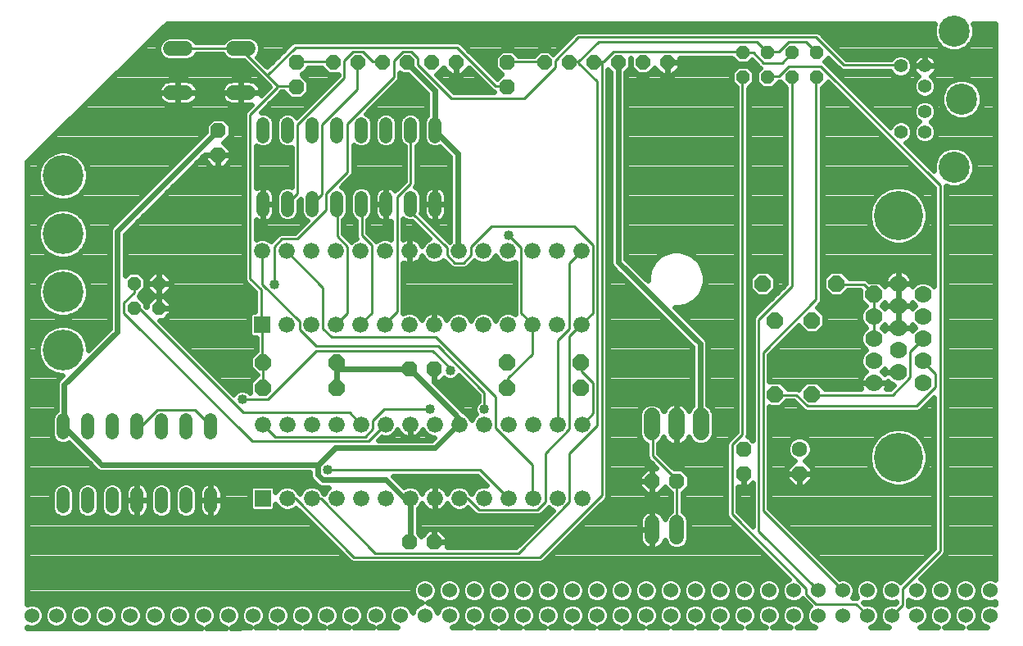
<source format=gtl>
G75*
%MOIN*%
%OFA0B0*%
%FSLAX25Y25*%
%IPPOS*%
%LPD*%
%AMOC8*
5,1,8,0,0,1.08239X$1,22.5*
%
%ADD10C,0.07000*%
%ADD11OC8,0.07000*%
%ADD12C,0.20000*%
%ADD13R,0.06600X0.06600*%
%ADD14C,0.06600*%
%ADD15C,0.05543*%
%ADD16C,0.12661*%
%ADD17OC8,0.06300*%
%ADD18C,0.06300*%
%ADD19C,0.05200*%
%ADD20OC8,0.05600*%
%ADD21OC8,0.06000*%
%ADD22C,0.06000*%
%ADD23OC8,0.06600*%
%ADD24C,0.06000*%
%ADD25C,0.06600*%
%ADD26C,0.02400*%
%ADD27C,0.01000*%
%ADD28C,0.04000*%
%ADD29C,0.16598*%
D10*
X0351885Y0106905D03*
X0361885Y0111405D03*
X0351885Y0115905D03*
X0361885Y0120405D03*
X0351885Y0124905D03*
X0361885Y0129405D03*
X0351885Y0133905D03*
X0361885Y0138405D03*
X0371885Y0142905D03*
X0361885Y0147405D03*
X0371885Y0133905D03*
X0371885Y0124905D03*
X0371885Y0115905D03*
X0371885Y0106905D03*
D11*
X0351885Y0142905D03*
D12*
X0361885Y0175074D03*
X0361885Y0076649D03*
D13*
X0103145Y0060035D03*
X0102948Y0130546D03*
D14*
X0112948Y0130546D03*
X0122948Y0130546D03*
X0132948Y0130546D03*
X0142948Y0130546D03*
X0152948Y0130546D03*
X0162948Y0130546D03*
X0172948Y0130546D03*
X0182948Y0130546D03*
X0192948Y0130546D03*
X0202948Y0130546D03*
X0212948Y0130546D03*
X0222948Y0130546D03*
X0232948Y0130546D03*
X0232948Y0160546D03*
X0222948Y0160546D03*
X0212948Y0160546D03*
X0202948Y0160546D03*
X0192948Y0160546D03*
X0182948Y0160546D03*
X0172948Y0160546D03*
X0162948Y0160546D03*
X0152948Y0160546D03*
X0142948Y0160546D03*
X0132948Y0160546D03*
X0122948Y0160546D03*
X0112948Y0160546D03*
X0102948Y0160546D03*
X0103145Y0090035D03*
X0113145Y0090035D03*
X0123145Y0090035D03*
X0133145Y0090035D03*
X0143145Y0090035D03*
X0153145Y0090035D03*
X0163145Y0090035D03*
X0173145Y0090035D03*
X0183145Y0090035D03*
X0193145Y0090035D03*
X0203145Y0090035D03*
X0213145Y0090035D03*
X0223145Y0090035D03*
X0233145Y0090035D03*
X0233145Y0060035D03*
X0223145Y0060035D03*
X0213145Y0060035D03*
X0203145Y0060035D03*
X0193145Y0060035D03*
X0183145Y0060035D03*
X0173145Y0060035D03*
X0163145Y0060035D03*
X0153145Y0060035D03*
X0143145Y0060035D03*
X0133145Y0060035D03*
X0123145Y0060035D03*
X0113145Y0060035D03*
D15*
X0362830Y0209011D03*
X0372672Y0209011D03*
X0372672Y0217279D03*
X0372672Y0227515D03*
X0372672Y0235783D03*
X0362830Y0235783D03*
D16*
X0384483Y0250035D03*
X0387633Y0222397D03*
X0384483Y0194720D03*
D17*
X0202712Y0227279D03*
X0202712Y0237279D03*
X0116885Y0237279D03*
X0116885Y0227279D03*
X0084995Y0209602D03*
X0084995Y0199602D03*
X0163106Y0112594D03*
X0173106Y0112594D03*
X0261767Y0066964D03*
X0271767Y0066964D03*
X0298854Y0070035D03*
X0298854Y0080035D03*
X0321688Y0070035D03*
X0172909Y0042200D03*
X0162909Y0042200D03*
D18*
X0321688Y0080035D03*
D19*
X0173302Y0177080D02*
X0173302Y0182280D01*
X0163302Y0182280D02*
X0163302Y0177080D01*
X0153302Y0177080D02*
X0153302Y0182280D01*
X0143302Y0182280D02*
X0143302Y0177080D01*
X0133302Y0177080D02*
X0133302Y0182280D01*
X0123302Y0182280D02*
X0123302Y0177080D01*
X0113302Y0177080D02*
X0113302Y0182280D01*
X0103302Y0182280D02*
X0103302Y0177080D01*
X0103302Y0207080D02*
X0103302Y0212280D01*
X0113302Y0212280D02*
X0113302Y0207080D01*
X0123302Y0207080D02*
X0123302Y0212280D01*
X0133302Y0212280D02*
X0133302Y0207080D01*
X0143302Y0207080D02*
X0143302Y0212280D01*
X0153302Y0212280D02*
X0153302Y0207080D01*
X0163302Y0207080D02*
X0163302Y0212280D01*
X0173302Y0212280D02*
X0173302Y0207080D01*
X0082003Y0091847D02*
X0082003Y0086647D01*
X0072003Y0086647D02*
X0072003Y0091847D01*
X0062003Y0091847D02*
X0062003Y0086647D01*
X0052003Y0086647D02*
X0052003Y0091847D01*
X0042003Y0091847D02*
X0042003Y0086647D01*
X0032003Y0086647D02*
X0032003Y0091847D01*
X0022003Y0091847D02*
X0022003Y0086647D01*
X0022003Y0061847D02*
X0022003Y0056647D01*
X0032003Y0056647D02*
X0032003Y0061847D01*
X0042003Y0061847D02*
X0042003Y0056647D01*
X0052003Y0056647D02*
X0052003Y0061847D01*
X0062003Y0061847D02*
X0062003Y0056647D01*
X0072003Y0056647D02*
X0072003Y0061847D01*
X0082003Y0061847D02*
X0082003Y0056647D01*
D20*
X0060901Y0137436D03*
X0050901Y0137436D03*
X0050901Y0147436D03*
X0060901Y0147436D03*
X0298617Y0231255D03*
X0308617Y0231255D03*
X0318617Y0231255D03*
X0328617Y0231255D03*
X0328617Y0241255D03*
X0318617Y0241255D03*
X0308617Y0241255D03*
X0298617Y0241255D03*
D21*
X0267791Y0237200D03*
X0257791Y0237200D03*
X0247791Y0237200D03*
X0237791Y0237200D03*
X0227791Y0237200D03*
X0217791Y0237200D03*
X0181924Y0237200D03*
X0171924Y0237200D03*
X0161924Y0237200D03*
X0151924Y0237200D03*
X0141924Y0237200D03*
X0131924Y0237200D03*
D22*
X0097370Y0242832D02*
X0091370Y0242832D01*
X0071770Y0242832D02*
X0065770Y0242832D01*
X0065770Y0225032D02*
X0071770Y0225032D01*
X0091370Y0225032D02*
X0097370Y0225032D01*
X0261767Y0050279D02*
X0261767Y0044279D01*
X0271767Y0044279D02*
X0271767Y0050279D01*
D23*
X0311609Y0102397D03*
X0326609Y0102397D03*
X0326609Y0132397D03*
X0311609Y0132397D03*
X0306609Y0147397D03*
X0336609Y0147397D03*
X0232751Y0115231D03*
X0232751Y0105113D03*
X0202751Y0105113D03*
X0202751Y0115231D03*
X0133342Y0115231D03*
X0133145Y0105113D03*
X0103145Y0105113D03*
X0103342Y0115231D03*
D24*
X0169129Y0022476D03*
X0179129Y0022476D03*
X0189129Y0022476D03*
X0199129Y0022476D03*
X0209129Y0022476D03*
X0219129Y0022476D03*
X0229129Y0022476D03*
X0239129Y0022476D03*
X0249129Y0022476D03*
X0259129Y0022476D03*
X0269129Y0022476D03*
X0279129Y0022476D03*
X0289129Y0022476D03*
X0299129Y0022476D03*
X0309129Y0022476D03*
X0319129Y0022476D03*
X0329129Y0022476D03*
X0339129Y0022476D03*
X0349129Y0022476D03*
X0359129Y0022476D03*
X0369129Y0022476D03*
X0379129Y0022476D03*
X0389129Y0022476D03*
X0399129Y0022476D03*
X0399208Y0012436D03*
X0389208Y0012436D03*
X0379208Y0012436D03*
X0369208Y0012436D03*
X0359208Y0012436D03*
X0349208Y0012436D03*
X0339208Y0012436D03*
X0329208Y0012436D03*
X0319208Y0012436D03*
X0309208Y0012436D03*
X0299208Y0012436D03*
X0289208Y0012436D03*
X0279208Y0012436D03*
X0269208Y0012436D03*
X0259208Y0012436D03*
X0249208Y0012436D03*
X0239208Y0012436D03*
X0229208Y0012436D03*
X0219208Y0012436D03*
X0209208Y0012436D03*
X0199208Y0012436D03*
X0189208Y0012436D03*
X0179208Y0012436D03*
X0169208Y0012436D03*
X0159208Y0012436D03*
X0149208Y0012436D03*
X0139208Y0012436D03*
X0129208Y0012436D03*
X0119208Y0012436D03*
X0109208Y0012436D03*
X0099208Y0012436D03*
X0089208Y0012436D03*
X0079208Y0012436D03*
X0069208Y0012436D03*
X0059208Y0012436D03*
X0049208Y0012436D03*
X0039208Y0012436D03*
X0029208Y0012436D03*
X0019208Y0012436D03*
X0009208Y0012436D03*
D25*
X0261491Y0086853D02*
X0261491Y0093453D01*
X0271491Y0093453D02*
X0271491Y0086853D01*
X0281491Y0086853D02*
X0281491Y0093453D01*
D26*
X0007400Y0007773D02*
X0007400Y0007403D01*
X0078211Y0007437D01*
X0076376Y0008197D01*
X0074969Y0009604D01*
X0074208Y0011442D01*
X0074208Y0013431D01*
X0074969Y0015268D01*
X0076376Y0016675D01*
X0078213Y0017436D01*
X0080202Y0017436D01*
X0082040Y0016675D01*
X0083447Y0015268D01*
X0084208Y0013431D01*
X0084208Y0011442D01*
X0084969Y0009604D01*
X0086376Y0008197D01*
X0088200Y0007442D01*
X0080207Y0007438D01*
X0082040Y0008197D01*
X0083447Y0009604D01*
X0084208Y0011442D01*
X0084208Y0013431D01*
X0084969Y0015268D01*
X0086376Y0016675D01*
X0088213Y0017436D01*
X0090202Y0017436D01*
X0092040Y0016675D01*
X0093447Y0015268D01*
X0094208Y0013431D01*
X0094208Y0011442D01*
X0094969Y0009604D01*
X0096376Y0008197D01*
X0098188Y0007447D01*
X0090218Y0007443D01*
X0092040Y0008197D01*
X0093447Y0009604D01*
X0094208Y0011442D01*
X0094208Y0013431D01*
X0094969Y0015268D01*
X0096376Y0016675D01*
X0098213Y0017436D01*
X0100202Y0017436D01*
X0102040Y0016675D01*
X0103447Y0015268D01*
X0104208Y0013431D01*
X0104208Y0011442D01*
X0104969Y0009604D01*
X0106376Y0008197D01*
X0108176Y0007452D01*
X0100230Y0007448D01*
X0102040Y0008197D01*
X0103447Y0009604D01*
X0104208Y0011442D01*
X0104208Y0013431D01*
X0104969Y0015268D01*
X0106376Y0016675D01*
X0108213Y0017436D01*
X0110202Y0017436D01*
X0112040Y0016675D01*
X0113447Y0015268D01*
X0114208Y0013431D01*
X0114208Y0011442D01*
X0114969Y0009604D01*
X0116376Y0008197D01*
X0118165Y0007456D01*
X0110242Y0007453D01*
X0112040Y0008197D01*
X0113447Y0009604D01*
X0114208Y0011442D01*
X0114208Y0013431D01*
X0114969Y0015268D01*
X0116376Y0016675D01*
X0118213Y0017436D01*
X0120202Y0017436D01*
X0122040Y0016675D01*
X0123447Y0015268D01*
X0124208Y0013431D01*
X0124208Y0011442D01*
X0124969Y0009604D01*
X0126376Y0008197D01*
X0128153Y0007461D01*
X0120254Y0007457D01*
X0122040Y0008197D01*
X0123447Y0009604D01*
X0124208Y0011442D01*
X0124208Y0013431D01*
X0124969Y0015268D01*
X0126376Y0016675D01*
X0128213Y0017436D01*
X0130202Y0017436D01*
X0132040Y0016675D01*
X0133447Y0015268D01*
X0134208Y0013431D01*
X0134208Y0011442D01*
X0134969Y0009604D01*
X0136376Y0008197D01*
X0138141Y0007466D01*
X0130265Y0007462D01*
X0132040Y0008197D01*
X0133447Y0009604D01*
X0134208Y0011442D01*
X0134208Y0013431D01*
X0134969Y0015268D01*
X0136376Y0016675D01*
X0138213Y0017436D01*
X0140202Y0017436D01*
X0142040Y0016675D01*
X0143447Y0015268D01*
X0144208Y0013431D01*
X0144208Y0011442D01*
X0144969Y0009604D01*
X0146376Y0008197D01*
X0148129Y0007471D01*
X0140277Y0007467D01*
X0142040Y0008197D01*
X0143447Y0009604D01*
X0144208Y0011442D01*
X0144208Y0013431D01*
X0144969Y0015268D01*
X0146376Y0016675D01*
X0148213Y0017436D01*
X0150202Y0017436D01*
X0152040Y0016675D01*
X0153447Y0015268D01*
X0154208Y0013431D01*
X0154208Y0011442D01*
X0154969Y0009604D01*
X0156376Y0008197D01*
X0158118Y0007476D01*
X0150289Y0007472D01*
X0152040Y0008197D01*
X0153447Y0009604D01*
X0154208Y0011442D01*
X0154208Y0013431D01*
X0154969Y0015268D01*
X0156376Y0016675D01*
X0158213Y0017436D01*
X0160202Y0017436D01*
X0162040Y0016675D01*
X0163447Y0015268D01*
X0164130Y0013618D01*
X0164136Y0013654D01*
X0164389Y0014432D01*
X0164760Y0015162D01*
X0165242Y0015824D01*
X0165820Y0016403D01*
X0166482Y0016884D01*
X0167212Y0017255D01*
X0167990Y0017508D01*
X0168038Y0017516D01*
X0166297Y0018237D01*
X0164890Y0019643D01*
X0164129Y0021481D01*
X0164129Y0023470D01*
X0164890Y0025308D01*
X0166297Y0026714D01*
X0168135Y0027476D01*
X0170124Y0027476D01*
X0171961Y0026714D01*
X0173368Y0025308D01*
X0174129Y0023470D01*
X0174129Y0021481D01*
X0173368Y0019643D01*
X0171961Y0018237D01*
X0170264Y0017534D01*
X0170426Y0017508D01*
X0171204Y0017255D01*
X0171933Y0016884D01*
X0172595Y0016403D01*
X0173174Y0015824D01*
X0173655Y0015162D01*
X0174027Y0014432D01*
X0174280Y0013654D01*
X0174285Y0013618D01*
X0174969Y0015268D01*
X0176376Y0016675D01*
X0178213Y0017436D01*
X0180202Y0017436D01*
X0182040Y0016675D01*
X0183447Y0015268D01*
X0184208Y0013431D01*
X0184208Y0011442D01*
X0184969Y0009604D01*
X0186376Y0008197D01*
X0188082Y0007490D01*
X0180324Y0007487D01*
X0182040Y0008197D01*
X0183447Y0009604D01*
X0184208Y0011442D01*
X0184208Y0013431D01*
X0184969Y0015268D01*
X0186376Y0016675D01*
X0188213Y0017436D01*
X0190202Y0017436D01*
X0192040Y0016675D01*
X0193447Y0015268D01*
X0194208Y0013431D01*
X0194208Y0011442D01*
X0194969Y0009604D01*
X0196376Y0008197D01*
X0198071Y0007495D01*
X0190336Y0007492D01*
X0192040Y0008197D01*
X0193447Y0009604D01*
X0194208Y0011442D01*
X0194208Y0013431D01*
X0194969Y0015268D01*
X0196376Y0016675D01*
X0198213Y0017436D01*
X0200202Y0017436D01*
X0202040Y0016675D01*
X0203447Y0015268D01*
X0204208Y0013431D01*
X0204208Y0011442D01*
X0204969Y0009604D01*
X0206376Y0008197D01*
X0208059Y0007500D01*
X0200348Y0007496D01*
X0202040Y0008197D01*
X0203447Y0009604D01*
X0204208Y0011442D01*
X0204208Y0013431D01*
X0204969Y0015268D01*
X0206376Y0016675D01*
X0208213Y0017436D01*
X0210202Y0017436D01*
X0212040Y0016675D01*
X0213447Y0015268D01*
X0214208Y0013431D01*
X0214208Y0011442D01*
X0214969Y0009604D01*
X0216376Y0008197D01*
X0218047Y0007505D01*
X0210360Y0007501D01*
X0212040Y0008197D01*
X0213447Y0009604D01*
X0214208Y0011442D01*
X0214208Y0013431D01*
X0214969Y0015268D01*
X0216376Y0016675D01*
X0218213Y0017436D01*
X0220202Y0017436D01*
X0222040Y0016675D01*
X0223447Y0015268D01*
X0224208Y0013431D01*
X0224208Y0011442D01*
X0224969Y0009604D01*
X0226376Y0008197D01*
X0228035Y0007510D01*
X0220371Y0007506D01*
X0222040Y0008197D01*
X0223447Y0009604D01*
X0224208Y0011442D01*
X0224208Y0013431D01*
X0224969Y0015268D01*
X0226376Y0016675D01*
X0228213Y0017436D01*
X0230202Y0017436D01*
X0232040Y0016675D01*
X0233447Y0015268D01*
X0234208Y0013431D01*
X0234208Y0011442D01*
X0234969Y0009604D01*
X0236376Y0008197D01*
X0238024Y0007515D01*
X0230383Y0007511D01*
X0232040Y0008197D01*
X0233447Y0009604D01*
X0234208Y0011442D01*
X0234208Y0013431D01*
X0234969Y0015268D01*
X0236376Y0016675D01*
X0238213Y0017436D01*
X0240202Y0017436D01*
X0242040Y0016675D01*
X0243447Y0015268D01*
X0244208Y0013431D01*
X0244208Y0011442D01*
X0244969Y0009604D01*
X0246376Y0008197D01*
X0248012Y0007520D01*
X0240395Y0007516D01*
X0242040Y0008197D01*
X0243447Y0009604D01*
X0244208Y0011442D01*
X0244208Y0013431D01*
X0244969Y0015268D01*
X0246376Y0016675D01*
X0248213Y0017436D01*
X0250202Y0017436D01*
X0252040Y0016675D01*
X0253447Y0015268D01*
X0254208Y0013431D01*
X0254208Y0011442D01*
X0254969Y0009604D01*
X0256376Y0008197D01*
X0258000Y0007524D01*
X0250407Y0007521D01*
X0252040Y0008197D01*
X0253447Y0009604D01*
X0254208Y0011442D01*
X0254208Y0013431D01*
X0254969Y0015268D01*
X0256376Y0016675D01*
X0258213Y0017436D01*
X0260202Y0017436D01*
X0262040Y0016675D01*
X0263447Y0015268D01*
X0264208Y0013431D01*
X0264208Y0011442D01*
X0264969Y0009604D01*
X0266376Y0008197D01*
X0267988Y0007529D01*
X0260418Y0007526D01*
X0262040Y0008197D01*
X0263447Y0009604D01*
X0264208Y0011442D01*
X0264208Y0013431D01*
X0264969Y0015268D01*
X0266376Y0016675D01*
X0268213Y0017436D01*
X0270202Y0017436D01*
X0272040Y0016675D01*
X0273447Y0015268D01*
X0274208Y0013431D01*
X0274208Y0011442D01*
X0274969Y0009604D01*
X0276376Y0008197D01*
X0277977Y0007534D01*
X0270430Y0007531D01*
X0272040Y0008197D01*
X0273447Y0009604D01*
X0274208Y0011442D01*
X0274208Y0013431D01*
X0274969Y0015268D01*
X0276376Y0016675D01*
X0278213Y0017436D01*
X0280202Y0017436D01*
X0282040Y0016675D01*
X0283447Y0015268D01*
X0284208Y0013431D01*
X0284208Y0011442D01*
X0284969Y0009604D01*
X0286376Y0008197D01*
X0287965Y0007539D01*
X0280442Y0007535D01*
X0282040Y0008197D01*
X0283447Y0009604D01*
X0284208Y0011442D01*
X0284208Y0013431D01*
X0284969Y0015268D01*
X0286376Y0016675D01*
X0288213Y0017436D01*
X0290202Y0017436D01*
X0292040Y0016675D01*
X0293447Y0015268D01*
X0294208Y0013431D01*
X0294208Y0011442D01*
X0294969Y0009604D01*
X0296376Y0008197D01*
X0297953Y0007544D01*
X0290454Y0007540D01*
X0292040Y0008197D01*
X0293447Y0009604D01*
X0294208Y0011442D01*
X0294208Y0013431D01*
X0294969Y0015268D01*
X0296376Y0016675D01*
X0298213Y0017436D01*
X0300202Y0017436D01*
X0302040Y0016675D01*
X0303447Y0015268D01*
X0304208Y0013431D01*
X0304208Y0011442D01*
X0304969Y0009604D01*
X0306376Y0008197D01*
X0307942Y0007549D01*
X0300465Y0007545D01*
X0302040Y0008197D01*
X0303447Y0009604D01*
X0304208Y0011442D01*
X0304208Y0013431D01*
X0304969Y0015268D01*
X0306376Y0016675D01*
X0308213Y0017436D01*
X0310202Y0017436D01*
X0312040Y0016675D01*
X0313447Y0015268D01*
X0314208Y0013431D01*
X0314208Y0011442D01*
X0314969Y0009604D01*
X0316376Y0008197D01*
X0317930Y0007554D01*
X0310477Y0007550D01*
X0312040Y0008197D01*
X0313447Y0009604D01*
X0314208Y0011442D01*
X0314208Y0013431D01*
X0314969Y0015268D01*
X0316376Y0016675D01*
X0318213Y0017436D01*
X0320202Y0017436D01*
X0322040Y0016675D01*
X0323447Y0015268D01*
X0324208Y0013431D01*
X0324208Y0011442D01*
X0324969Y0009604D01*
X0326376Y0008197D01*
X0327918Y0007559D01*
X0320489Y0007555D01*
X0322040Y0008197D01*
X0323447Y0009604D01*
X0324208Y0011442D01*
X0324208Y0013431D01*
X0324969Y0015268D01*
X0325833Y0016132D01*
X0322845Y0019120D01*
X0321961Y0018237D01*
X0320124Y0017476D01*
X0318135Y0017476D01*
X0316297Y0018237D01*
X0314890Y0019643D01*
X0314129Y0021481D01*
X0313368Y0019643D01*
X0311961Y0018237D01*
X0310124Y0017476D01*
X0308135Y0017476D01*
X0306297Y0018237D01*
X0304890Y0019643D01*
X0304129Y0021481D01*
X0303368Y0019643D01*
X0301961Y0018237D01*
X0300124Y0017476D01*
X0298135Y0017476D01*
X0296297Y0018237D01*
X0294890Y0019643D01*
X0294129Y0021481D01*
X0293368Y0019643D01*
X0291961Y0018237D01*
X0290124Y0017476D01*
X0288135Y0017476D01*
X0286297Y0018237D01*
X0284890Y0019643D01*
X0284129Y0021481D01*
X0283368Y0019643D01*
X0281961Y0018237D01*
X0280124Y0017476D01*
X0278135Y0017476D01*
X0276297Y0018237D01*
X0274890Y0019643D01*
X0274129Y0021481D01*
X0273368Y0019643D01*
X0271961Y0018237D01*
X0270124Y0017476D01*
X0268135Y0017476D01*
X0266297Y0018237D01*
X0264890Y0019643D01*
X0264129Y0021481D01*
X0263368Y0019643D01*
X0261961Y0018237D01*
X0260124Y0017476D01*
X0258135Y0017476D01*
X0256297Y0018237D01*
X0254890Y0019643D01*
X0254129Y0021481D01*
X0253368Y0019643D01*
X0251961Y0018237D01*
X0250124Y0017476D01*
X0248135Y0017476D01*
X0246297Y0018237D01*
X0244890Y0019643D01*
X0244129Y0021481D01*
X0243368Y0019643D01*
X0241961Y0018237D01*
X0240124Y0017476D01*
X0238135Y0017476D01*
X0236297Y0018237D01*
X0234890Y0019643D01*
X0234129Y0021481D01*
X0233368Y0019643D01*
X0231961Y0018237D01*
X0230124Y0017476D01*
X0228135Y0017476D01*
X0226297Y0018237D01*
X0224890Y0019643D01*
X0224129Y0021481D01*
X0223368Y0019643D01*
X0221961Y0018237D01*
X0220124Y0017476D01*
X0218135Y0017476D01*
X0216297Y0018237D01*
X0214890Y0019643D01*
X0214129Y0021481D01*
X0213368Y0019643D01*
X0211961Y0018237D01*
X0210124Y0017476D01*
X0208135Y0017476D01*
X0206297Y0018237D01*
X0204890Y0019643D01*
X0204129Y0021481D01*
X0203368Y0019643D01*
X0201961Y0018237D01*
X0200124Y0017476D01*
X0198135Y0017476D01*
X0196297Y0018237D01*
X0194890Y0019643D01*
X0194129Y0021481D01*
X0193368Y0019643D01*
X0191961Y0018237D01*
X0190124Y0017476D01*
X0188135Y0017476D01*
X0186297Y0018237D01*
X0184890Y0019643D01*
X0184129Y0021481D01*
X0183368Y0019643D01*
X0181961Y0018237D01*
X0180124Y0017476D01*
X0178135Y0017476D01*
X0176297Y0018237D01*
X0174890Y0019643D01*
X0174129Y0021481D01*
X0174129Y0023470D01*
X0174890Y0025308D01*
X0176297Y0026714D01*
X0178135Y0027476D01*
X0180124Y0027476D01*
X0181961Y0026714D01*
X0183368Y0025308D01*
X0184129Y0023470D01*
X0184129Y0021481D01*
X0184129Y0023470D01*
X0184890Y0025308D01*
X0186297Y0026714D01*
X0188135Y0027476D01*
X0190124Y0027476D01*
X0191961Y0026714D01*
X0193368Y0025308D01*
X0194129Y0023470D01*
X0194129Y0021481D01*
X0194129Y0023470D01*
X0194890Y0025308D01*
X0196297Y0026714D01*
X0198135Y0027476D01*
X0200124Y0027476D01*
X0201961Y0026714D01*
X0203368Y0025308D01*
X0204129Y0023470D01*
X0204129Y0021481D01*
X0204129Y0023470D01*
X0204890Y0025308D01*
X0206297Y0026714D01*
X0208135Y0027476D01*
X0210124Y0027476D01*
X0211961Y0026714D01*
X0213368Y0025308D01*
X0214129Y0023470D01*
X0214129Y0021481D01*
X0214129Y0023470D01*
X0214890Y0025308D01*
X0216297Y0026714D01*
X0218135Y0027476D01*
X0220124Y0027476D01*
X0221961Y0026714D01*
X0223368Y0025308D01*
X0224129Y0023470D01*
X0224129Y0021481D01*
X0224129Y0023470D01*
X0224890Y0025308D01*
X0226297Y0026714D01*
X0228135Y0027476D01*
X0230124Y0027476D01*
X0231961Y0026714D01*
X0233368Y0025308D01*
X0234129Y0023470D01*
X0234129Y0021481D01*
X0234129Y0023470D01*
X0234890Y0025308D01*
X0236297Y0026714D01*
X0238135Y0027476D01*
X0240124Y0027476D01*
X0241961Y0026714D01*
X0243368Y0025308D01*
X0244129Y0023470D01*
X0244129Y0021481D01*
X0244129Y0023470D01*
X0244890Y0025308D01*
X0246297Y0026714D01*
X0248135Y0027476D01*
X0250124Y0027476D01*
X0251961Y0026714D01*
X0253368Y0025308D01*
X0254129Y0023470D01*
X0254129Y0021481D01*
X0254129Y0023470D01*
X0254890Y0025308D01*
X0256297Y0026714D01*
X0258135Y0027476D01*
X0260124Y0027476D01*
X0261961Y0026714D01*
X0263368Y0025308D01*
X0264129Y0023470D01*
X0264129Y0021481D01*
X0264129Y0023470D01*
X0264890Y0025308D01*
X0266297Y0026714D01*
X0268135Y0027476D01*
X0270124Y0027476D01*
X0271961Y0026714D01*
X0273368Y0025308D01*
X0274129Y0023470D01*
X0274129Y0021481D01*
X0274129Y0023470D01*
X0274890Y0025308D01*
X0276297Y0026714D01*
X0278135Y0027476D01*
X0280124Y0027476D01*
X0281961Y0026714D01*
X0283368Y0025308D01*
X0284129Y0023470D01*
X0284129Y0021481D01*
X0284129Y0023470D01*
X0284890Y0025308D01*
X0286297Y0026714D01*
X0288135Y0027476D01*
X0290124Y0027476D01*
X0291961Y0026714D01*
X0293368Y0025308D01*
X0294129Y0023470D01*
X0294129Y0021481D01*
X0294129Y0023470D01*
X0294890Y0025308D01*
X0296297Y0026714D01*
X0298135Y0027476D01*
X0300124Y0027476D01*
X0301961Y0026714D01*
X0303368Y0025308D01*
X0304129Y0023470D01*
X0304129Y0021481D01*
X0304129Y0023470D01*
X0304890Y0025308D01*
X0306297Y0026714D01*
X0308135Y0027476D01*
X0310124Y0027476D01*
X0311961Y0026714D01*
X0313368Y0025308D01*
X0314129Y0023470D01*
X0314129Y0021481D01*
X0314129Y0023470D01*
X0314890Y0025308D01*
X0316297Y0026714D01*
X0317148Y0027067D01*
X0292131Y0052084D01*
X0291750Y0053003D01*
X0291750Y0082347D01*
X0292131Y0083266D01*
X0292834Y0083969D01*
X0295800Y0086936D01*
X0295800Y0227284D01*
X0293817Y0229267D01*
X0293817Y0233243D01*
X0296629Y0236055D01*
X0300606Y0236055D01*
X0303417Y0233243D01*
X0303417Y0229267D01*
X0300800Y0226650D01*
X0300800Y0085403D01*
X0300710Y0085185D01*
X0300987Y0085185D01*
X0302550Y0083621D01*
X0302550Y0133197D01*
X0302931Y0134116D01*
X0303634Y0134819D01*
X0316050Y0147236D01*
X0316050Y0227034D01*
X0313817Y0229267D01*
X0313817Y0229270D01*
X0313647Y0229200D01*
X0313350Y0229200D01*
X0310606Y0226455D01*
X0306629Y0226455D01*
X0303817Y0229267D01*
X0303817Y0233243D01*
X0305519Y0234945D01*
X0305434Y0234981D01*
X0304731Y0235684D01*
X0302282Y0238132D01*
X0300606Y0236455D01*
X0296629Y0236455D01*
X0293984Y0239100D01*
X0272991Y0239100D01*
X0272991Y0237200D01*
X0267791Y0237200D01*
X0267791Y0237200D01*
X0272991Y0237200D01*
X0272991Y0235046D01*
X0269944Y0232000D01*
X0267791Y0232000D01*
X0267791Y0237200D01*
X0267790Y0237200D01*
X0267790Y0232000D01*
X0265637Y0232000D01*
X0262649Y0234988D01*
X0259862Y0232200D01*
X0255719Y0232200D01*
X0252791Y0235129D01*
X0252791Y0239100D01*
X0252791Y0239100D01*
X0252791Y0235129D01*
X0251100Y0233438D01*
X0251100Y0157425D01*
X0259791Y0148734D01*
X0259791Y0150693D01*
X0260589Y0153669D01*
X0262129Y0156337D01*
X0264307Y0158515D01*
X0266975Y0160055D01*
X0269951Y0160853D01*
X0273032Y0160853D01*
X0276007Y0160055D01*
X0278675Y0158515D01*
X0280854Y0156337D01*
X0282394Y0153669D01*
X0283191Y0150693D01*
X0283191Y0147612D01*
X0282394Y0144637D01*
X0280854Y0141969D01*
X0278675Y0139790D01*
X0276007Y0138250D01*
X0273032Y0137453D01*
X0271073Y0137453D01*
X0283913Y0124613D01*
X0284400Y0123437D01*
X0284400Y0097985D01*
X0284494Y0097946D01*
X0285984Y0096455D01*
X0286791Y0094507D01*
X0286791Y0085799D01*
X0285984Y0083851D01*
X0284494Y0082360D01*
X0282546Y0081553D01*
X0280437Y0081553D01*
X0278489Y0082360D01*
X0276998Y0083851D01*
X0276606Y0084797D01*
X0276588Y0084741D01*
X0276195Y0083970D01*
X0275686Y0083270D01*
X0275074Y0082658D01*
X0274374Y0082149D01*
X0273603Y0081756D01*
X0272779Y0081488D01*
X0271924Y0081353D01*
X0271491Y0081353D01*
X0271491Y0090153D01*
X0271491Y0098953D01*
X0271058Y0098953D01*
X0270203Y0098817D01*
X0269380Y0098550D01*
X0268609Y0098157D01*
X0267908Y0097648D01*
X0267296Y0097036D01*
X0266787Y0096335D01*
X0266394Y0095564D01*
X0266376Y0095509D01*
X0265984Y0096455D01*
X0264494Y0097946D01*
X0262546Y0098753D01*
X0260437Y0098753D01*
X0258489Y0097946D01*
X0256998Y0096455D01*
X0256191Y0094507D01*
X0256191Y0085799D01*
X0256998Y0083851D01*
X0258489Y0082360D01*
X0259350Y0082003D01*
X0259350Y0076853D01*
X0259731Y0075934D01*
X0263351Y0072314D01*
X0261767Y0072314D01*
X0261767Y0066964D01*
X0261767Y0066964D01*
X0261767Y0072314D01*
X0259551Y0072314D01*
X0256417Y0069180D01*
X0256417Y0066964D01*
X0261767Y0066964D01*
X0261767Y0066964D01*
X0261767Y0061614D01*
X0263983Y0061614D01*
X0266908Y0064539D01*
X0269250Y0062198D01*
X0269250Y0054648D01*
X0268935Y0054518D01*
X0267528Y0053111D01*
X0266845Y0051461D01*
X0266839Y0051496D01*
X0266586Y0052275D01*
X0266214Y0053004D01*
X0265733Y0053666D01*
X0265154Y0054245D01*
X0264492Y0054726D01*
X0263763Y0055098D01*
X0262985Y0055351D01*
X0262176Y0055479D01*
X0261767Y0055479D01*
X0261767Y0047279D01*
X0261767Y0047279D01*
X0261767Y0055479D01*
X0261358Y0055479D01*
X0260549Y0055351D01*
X0259771Y0055098D01*
X0259042Y0054726D01*
X0258379Y0054245D01*
X0257801Y0053666D01*
X0257319Y0053004D01*
X0256948Y0052275D01*
X0256695Y0051496D01*
X0256567Y0050688D01*
X0256567Y0047279D01*
X0261767Y0047279D01*
X0261767Y0047279D01*
X0256567Y0047279D01*
X0256567Y0043869D01*
X0256695Y0043061D01*
X0256948Y0042283D01*
X0257319Y0041553D01*
X0257801Y0040891D01*
X0258379Y0040312D01*
X0259042Y0039831D01*
X0259771Y0039460D01*
X0260549Y0039207D01*
X0261358Y0039079D01*
X0261767Y0039079D01*
X0262176Y0039079D01*
X0262985Y0039207D01*
X0263763Y0039460D01*
X0264492Y0039831D01*
X0265154Y0040312D01*
X0265733Y0040891D01*
X0266214Y0041553D01*
X0266586Y0042283D01*
X0266839Y0043061D01*
X0266845Y0043097D01*
X0267528Y0041446D01*
X0268935Y0040040D01*
X0270772Y0039279D01*
X0272761Y0039279D01*
X0274599Y0040040D01*
X0276006Y0041446D01*
X0276767Y0043284D01*
X0276767Y0051273D01*
X0276006Y0053111D01*
X0274599Y0054518D01*
X0274250Y0054662D01*
X0274250Y0062164D01*
X0276917Y0064831D01*
X0276917Y0069097D01*
X0273900Y0072114D01*
X0270622Y0072114D01*
X0264350Y0078386D01*
X0264350Y0082300D01*
X0264494Y0082360D01*
X0265984Y0083851D01*
X0266376Y0084797D01*
X0266394Y0084741D01*
X0266787Y0083970D01*
X0267296Y0083270D01*
X0267908Y0082658D01*
X0268609Y0082149D01*
X0269380Y0081756D01*
X0270203Y0081488D01*
X0271058Y0081353D01*
X0271491Y0081353D01*
X0271491Y0090153D01*
X0271491Y0090153D01*
X0271491Y0098953D01*
X0271924Y0098953D01*
X0272779Y0098817D01*
X0273603Y0098550D01*
X0274374Y0098157D01*
X0275074Y0097648D01*
X0275686Y0097036D01*
X0276195Y0096335D01*
X0276588Y0095564D01*
X0276606Y0095509D01*
X0276998Y0096455D01*
X0278000Y0097457D01*
X0278000Y0121475D01*
X0246087Y0153387D01*
X0245187Y0154287D01*
X0244700Y0155463D01*
X0244700Y0233219D01*
X0243650Y0234270D01*
X0243650Y0060653D01*
X0243269Y0059734D01*
X0242566Y0059031D01*
X0217366Y0033831D01*
X0216447Y0033450D01*
X0139853Y0033450D01*
X0138934Y0033831D01*
X0138231Y0034534D01*
X0116685Y0056079D01*
X0116147Y0055542D01*
X0114199Y0054735D01*
X0112091Y0054735D01*
X0110143Y0055542D01*
X0108652Y0057032D01*
X0108445Y0057532D01*
X0108445Y0055906D01*
X0107273Y0054735D01*
X0099016Y0054735D01*
X0097845Y0055906D01*
X0097845Y0064163D01*
X0099016Y0065335D01*
X0107273Y0065335D01*
X0108445Y0064163D01*
X0108445Y0062537D01*
X0108652Y0063037D01*
X0110143Y0064528D01*
X0112091Y0065335D01*
X0114199Y0065335D01*
X0116147Y0064528D01*
X0117638Y0063037D01*
X0118145Y0061813D01*
X0118652Y0063037D01*
X0120143Y0064528D01*
X0122091Y0065335D01*
X0124199Y0065335D01*
X0126147Y0064528D01*
X0127638Y0063037D01*
X0128067Y0062002D01*
X0128200Y0061947D01*
X0128652Y0063037D01*
X0129865Y0064250D01*
X0127113Y0064250D01*
X0125937Y0064737D01*
X0123687Y0066987D01*
X0122787Y0067887D01*
X0122300Y0069063D01*
X0122300Y0070550D01*
X0037113Y0070550D01*
X0035937Y0071037D01*
X0024339Y0082636D01*
X0022918Y0082047D01*
X0021088Y0082047D01*
X0019397Y0082748D01*
X0018103Y0084042D01*
X0017403Y0085732D01*
X0017403Y0092762D01*
X0018103Y0094453D01*
X0019250Y0095599D01*
X0019250Y0106787D01*
X0019737Y0107963D01*
X0021786Y0110011D01*
X0020529Y0110011D01*
X0017910Y0110713D01*
X0015561Y0112069D01*
X0013644Y0113986D01*
X0012288Y0116335D01*
X0011586Y0118954D01*
X0011586Y0121666D01*
X0012288Y0124286D01*
X0013644Y0126634D01*
X0015561Y0128552D01*
X0017910Y0129908D01*
X0020529Y0130609D01*
X0023241Y0130609D01*
X0025860Y0129908D01*
X0028209Y0128552D01*
X0030126Y0126634D01*
X0031482Y0124286D01*
X0032184Y0121666D01*
X0032184Y0120410D01*
X0040850Y0129075D01*
X0040850Y0169337D01*
X0041337Y0170513D01*
X0042237Y0171413D01*
X0042237Y0171413D01*
X0079845Y0209021D01*
X0079845Y0211735D01*
X0082862Y0214752D01*
X0087128Y0214752D01*
X0090145Y0211735D01*
X0090145Y0207468D01*
X0087420Y0204743D01*
X0090345Y0201818D01*
X0090345Y0199602D01*
X0084995Y0199602D01*
X0084995Y0199602D01*
X0079645Y0199602D01*
X0079645Y0199770D01*
X0047250Y0167375D01*
X0047250Y0150574D01*
X0048913Y0152236D01*
X0052889Y0152236D01*
X0055701Y0149424D01*
X0055701Y0145448D01*
X0053300Y0143047D01*
X0053300Y0143003D01*
X0052955Y0142170D01*
X0055701Y0139424D01*
X0055701Y0138085D01*
X0055901Y0137885D01*
X0055901Y0139507D01*
X0058830Y0142436D01*
X0060901Y0142436D01*
X0060901Y0137436D01*
X0060901Y0137436D01*
X0065901Y0137436D01*
X0065901Y0135365D01*
X0062972Y0132436D01*
X0061349Y0132436D01*
X0091424Y0102361D01*
X0091509Y0102566D01*
X0092634Y0103691D01*
X0094104Y0104300D01*
X0095696Y0104300D01*
X0097166Y0103691D01*
X0097845Y0103012D01*
X0097845Y0107309D01*
X0100807Y0110271D01*
X0098042Y0113036D01*
X0098042Y0117427D01*
X0100500Y0119885D01*
X0100500Y0125246D01*
X0098820Y0125246D01*
X0097648Y0126418D01*
X0097648Y0134675D01*
X0098820Y0135846D01*
X0100050Y0135846D01*
X0100050Y0143814D01*
X0096634Y0147231D01*
X0095931Y0147934D01*
X0095550Y0148853D01*
X0095550Y0216447D01*
X0095931Y0217366D01*
X0098513Y0219948D01*
X0097779Y0219832D01*
X0094370Y0219832D01*
X0094370Y0225032D01*
X0094370Y0225032D01*
X0094370Y0219832D01*
X0090961Y0219832D01*
X0090152Y0219960D01*
X0089374Y0220213D01*
X0088645Y0220585D01*
X0087983Y0221066D01*
X0087404Y0221645D01*
X0086923Y0222307D01*
X0086551Y0223036D01*
X0086298Y0223815D01*
X0086170Y0224623D01*
X0086170Y0225032D01*
X0094370Y0225032D01*
X0094370Y0225032D01*
X0094370Y0225032D01*
X0102570Y0225032D01*
X0102570Y0224623D01*
X0102454Y0223889D01*
X0105989Y0227425D01*
X0103609Y0229806D01*
X0103609Y0229806D01*
X0102906Y0230509D01*
X0102906Y0230509D01*
X0095582Y0237832D01*
X0090376Y0237832D01*
X0088538Y0238593D01*
X0087131Y0240000D01*
X0086945Y0240450D01*
X0076195Y0240450D01*
X0076009Y0240000D01*
X0074602Y0238593D01*
X0072765Y0237832D01*
X0064776Y0237832D01*
X0062938Y0238593D01*
X0061531Y0240000D01*
X0060770Y0241838D01*
X0060770Y0243827D01*
X0061531Y0245665D01*
X0062938Y0247071D01*
X0064776Y0247832D01*
X0072765Y0247832D01*
X0074602Y0247071D01*
X0076009Y0245665D01*
X0076098Y0245450D01*
X0087042Y0245450D01*
X0087131Y0245665D01*
X0088538Y0247071D01*
X0090376Y0247832D01*
X0098365Y0247832D01*
X0100202Y0247071D01*
X0101609Y0245665D01*
X0102370Y0243827D01*
X0102370Y0241838D01*
X0101609Y0240000D01*
X0101047Y0239438D01*
X0105025Y0235461D01*
X0115084Y0245519D01*
X0116003Y0245900D01*
X0182697Y0245900D01*
X0183616Y0245519D01*
X0184319Y0244816D01*
X0198643Y0230493D01*
X0200429Y0232279D01*
X0197562Y0235146D01*
X0197562Y0239412D01*
X0200579Y0242429D01*
X0204845Y0242429D01*
X0207224Y0240050D01*
X0213569Y0240050D01*
X0215719Y0242200D01*
X0219862Y0242200D01*
X0221388Y0240674D01*
X0230284Y0249569D01*
X0231203Y0249950D01*
X0328947Y0249950D01*
X0329866Y0249569D01*
X0330569Y0248866D01*
X0340736Y0238700D01*
X0358999Y0238700D01*
X0360127Y0239828D01*
X0361881Y0240554D01*
X0363779Y0240554D01*
X0365533Y0239828D01*
X0366875Y0238486D01*
X0367602Y0236732D01*
X0367602Y0234834D01*
X0366875Y0233080D01*
X0365533Y0231737D01*
X0363779Y0231011D01*
X0361881Y0231011D01*
X0360127Y0231737D01*
X0358785Y0233080D01*
X0358528Y0233700D01*
X0339203Y0233700D01*
X0338284Y0234081D01*
X0333257Y0239107D01*
X0331843Y0237693D01*
X0358503Y0211033D01*
X0358785Y0211714D01*
X0360127Y0213056D01*
X0361881Y0213783D01*
X0363779Y0213783D01*
X0365533Y0213056D01*
X0366875Y0211714D01*
X0367602Y0209960D01*
X0367602Y0208062D01*
X0366875Y0206308D01*
X0365533Y0204966D01*
X0364852Y0204684D01*
X0376153Y0193383D01*
X0376153Y0196377D01*
X0377421Y0199439D01*
X0379764Y0201782D01*
X0382826Y0203050D01*
X0386141Y0203050D01*
X0389202Y0201782D01*
X0391546Y0199439D01*
X0392814Y0196377D01*
X0392814Y0193063D01*
X0391546Y0190001D01*
X0389202Y0187657D01*
X0386141Y0186389D01*
X0382826Y0186389D01*
X0381350Y0187001D01*
X0381350Y0038153D01*
X0380969Y0037234D01*
X0370893Y0027157D01*
X0371961Y0026714D01*
X0373368Y0025308D01*
X0374129Y0023470D01*
X0374129Y0021481D01*
X0373368Y0019643D01*
X0371961Y0018237D01*
X0370124Y0017476D01*
X0368135Y0017476D01*
X0366297Y0018237D01*
X0366050Y0018484D01*
X0366050Y0016349D01*
X0366376Y0016675D01*
X0368213Y0017436D01*
X0370202Y0017436D01*
X0372040Y0016675D01*
X0373447Y0015268D01*
X0374208Y0013431D01*
X0374208Y0011442D01*
X0374969Y0009604D01*
X0376376Y0008197D01*
X0377859Y0007583D01*
X0370548Y0007579D01*
X0372040Y0008197D01*
X0373447Y0009604D01*
X0374208Y0011442D01*
X0374208Y0013431D01*
X0374969Y0015268D01*
X0376376Y0016675D01*
X0378213Y0017436D01*
X0380202Y0017436D01*
X0382040Y0016675D01*
X0383447Y0015268D01*
X0384208Y0013431D01*
X0384208Y0011442D01*
X0384969Y0009604D01*
X0386376Y0008197D01*
X0387848Y0007588D01*
X0380560Y0007584D01*
X0382040Y0008197D01*
X0383447Y0009604D01*
X0384208Y0011442D01*
X0384208Y0013431D01*
X0384969Y0015268D01*
X0386376Y0016675D01*
X0388213Y0017436D01*
X0390202Y0017436D01*
X0392040Y0016675D01*
X0393447Y0015268D01*
X0394208Y0013431D01*
X0394208Y0011442D01*
X0394969Y0009604D01*
X0396376Y0008197D01*
X0397836Y0007593D01*
X0390571Y0007589D01*
X0392040Y0008197D01*
X0393447Y0009604D01*
X0394208Y0011442D01*
X0394208Y0013431D01*
X0394969Y0015268D01*
X0396376Y0016675D01*
X0398213Y0017436D01*
X0400202Y0017436D01*
X0401409Y0016936D01*
X0401409Y0018008D01*
X0400124Y0017476D01*
X0398135Y0017476D01*
X0396297Y0018237D01*
X0394890Y0019643D01*
X0394129Y0021481D01*
X0393368Y0019643D01*
X0391961Y0018237D01*
X0390124Y0017476D01*
X0388135Y0017476D01*
X0386297Y0018237D01*
X0384890Y0019643D01*
X0384129Y0021481D01*
X0383368Y0019643D01*
X0381961Y0018237D01*
X0380124Y0017476D01*
X0378135Y0017476D01*
X0376297Y0018237D01*
X0374890Y0019643D01*
X0374129Y0021481D01*
X0374129Y0023470D01*
X0374890Y0025308D01*
X0376297Y0026714D01*
X0378135Y0027476D01*
X0380124Y0027476D01*
X0381961Y0026714D01*
X0383368Y0025308D01*
X0384129Y0023470D01*
X0384129Y0021481D01*
X0384129Y0023470D01*
X0384890Y0025308D01*
X0386297Y0026714D01*
X0388135Y0027476D01*
X0390124Y0027476D01*
X0391961Y0026714D01*
X0393368Y0025308D01*
X0394129Y0023470D01*
X0394129Y0021481D01*
X0394129Y0023470D01*
X0394890Y0025308D01*
X0396297Y0026714D01*
X0398135Y0027476D01*
X0400124Y0027476D01*
X0401409Y0026943D01*
X0401409Y0253099D01*
X0392233Y0253094D01*
X0392814Y0251692D01*
X0392814Y0248378D01*
X0391546Y0245316D01*
X0389202Y0242972D01*
X0386141Y0241704D01*
X0382826Y0241704D01*
X0379764Y0242972D01*
X0377421Y0245316D01*
X0376153Y0248378D01*
X0376153Y0251692D01*
X0376730Y0253085D01*
X0064331Y0252907D01*
X0007400Y0196872D01*
X0007400Y0017099D01*
X0008213Y0017436D01*
X0010202Y0017436D01*
X0012040Y0016675D01*
X0013447Y0015268D01*
X0014208Y0013431D01*
X0014208Y0011442D01*
X0014969Y0009604D01*
X0016376Y0008197D01*
X0018213Y0007436D01*
X0020202Y0007436D01*
X0022040Y0008197D01*
X0023447Y0009604D01*
X0024208Y0011442D01*
X0024969Y0009604D01*
X0026376Y0008197D01*
X0028213Y0007436D01*
X0030202Y0007436D01*
X0032040Y0008197D01*
X0033447Y0009604D01*
X0034208Y0011442D01*
X0034969Y0009604D01*
X0036376Y0008197D01*
X0038213Y0007436D01*
X0040202Y0007436D01*
X0042040Y0008197D01*
X0043447Y0009604D01*
X0044208Y0011442D01*
X0044969Y0009604D01*
X0046376Y0008197D01*
X0048213Y0007436D01*
X0050202Y0007436D01*
X0052040Y0008197D01*
X0053447Y0009604D01*
X0054208Y0011442D01*
X0054969Y0009604D01*
X0056376Y0008197D01*
X0058213Y0007436D01*
X0060202Y0007436D01*
X0062040Y0008197D01*
X0063447Y0009604D01*
X0064208Y0011442D01*
X0064969Y0009604D01*
X0066376Y0008197D01*
X0068213Y0007436D01*
X0070202Y0007436D01*
X0072040Y0008197D01*
X0073447Y0009604D01*
X0074208Y0011442D01*
X0074208Y0013431D01*
X0073447Y0015268D01*
X0072040Y0016675D01*
X0070202Y0017436D01*
X0068213Y0017436D01*
X0066376Y0016675D01*
X0064969Y0015268D01*
X0064208Y0013431D01*
X0064208Y0011442D01*
X0064208Y0013431D01*
X0063447Y0015268D01*
X0062040Y0016675D01*
X0060202Y0017436D01*
X0058213Y0017436D01*
X0056376Y0016675D01*
X0054969Y0015268D01*
X0054208Y0013431D01*
X0054208Y0011442D01*
X0054208Y0013431D01*
X0053447Y0015268D01*
X0052040Y0016675D01*
X0050202Y0017436D01*
X0048213Y0017436D01*
X0046376Y0016675D01*
X0044969Y0015268D01*
X0044208Y0013431D01*
X0044208Y0011442D01*
X0044208Y0013431D01*
X0043447Y0015268D01*
X0042040Y0016675D01*
X0040202Y0017436D01*
X0038213Y0017436D01*
X0036376Y0016675D01*
X0034969Y0015268D01*
X0034208Y0013431D01*
X0034208Y0011442D01*
X0034208Y0013431D01*
X0033447Y0015268D01*
X0032040Y0016675D01*
X0030202Y0017436D01*
X0028213Y0017436D01*
X0026376Y0016675D01*
X0024969Y0015268D01*
X0024208Y0013431D01*
X0024208Y0011442D01*
X0024208Y0013431D01*
X0023447Y0015268D01*
X0022040Y0016675D01*
X0020202Y0017436D01*
X0018213Y0017436D01*
X0016376Y0016675D01*
X0014969Y0015268D01*
X0014208Y0013431D01*
X0014208Y0011442D01*
X0013447Y0009604D01*
X0012040Y0008197D01*
X0010202Y0007436D01*
X0008213Y0007436D01*
X0007400Y0007773D01*
X0013238Y0009396D02*
X0015177Y0009396D01*
X0014208Y0011794D02*
X0014208Y0011794D01*
X0013892Y0014193D02*
X0014523Y0014193D01*
X0016292Y0016591D02*
X0012124Y0016591D01*
X0007400Y0018990D02*
X0165544Y0018990D01*
X0166080Y0016591D02*
X0162124Y0016591D01*
X0163892Y0014193D02*
X0164311Y0014193D01*
X0156292Y0016591D02*
X0152124Y0016591D01*
X0153892Y0014193D02*
X0154523Y0014193D01*
X0154208Y0011794D02*
X0154208Y0011794D01*
X0153238Y0009396D02*
X0155177Y0009396D01*
X0145177Y0009396D02*
X0143238Y0009396D01*
X0144208Y0011794D02*
X0144208Y0011794D01*
X0143892Y0014193D02*
X0144523Y0014193D01*
X0146292Y0016591D02*
X0142124Y0016591D01*
X0136292Y0016591D02*
X0132124Y0016591D01*
X0133892Y0014193D02*
X0134523Y0014193D01*
X0134208Y0011794D02*
X0134208Y0011794D01*
X0133238Y0009396D02*
X0135177Y0009396D01*
X0125177Y0009396D02*
X0123238Y0009396D01*
X0124208Y0011794D02*
X0124208Y0011794D01*
X0123892Y0014193D02*
X0124523Y0014193D01*
X0126292Y0016591D02*
X0122124Y0016591D01*
X0116292Y0016591D02*
X0112124Y0016591D01*
X0113892Y0014193D02*
X0114523Y0014193D01*
X0114208Y0011794D02*
X0114208Y0011794D01*
X0113238Y0009396D02*
X0115177Y0009396D01*
X0105177Y0009396D02*
X0103238Y0009396D01*
X0104208Y0011794D02*
X0104208Y0011794D01*
X0103892Y0014193D02*
X0104523Y0014193D01*
X0106292Y0016591D02*
X0102124Y0016591D01*
X0096292Y0016591D02*
X0092124Y0016591D01*
X0093892Y0014193D02*
X0094523Y0014193D01*
X0094208Y0011794D02*
X0094208Y0011794D01*
X0093238Y0009396D02*
X0095177Y0009396D01*
X0085177Y0009396D02*
X0083238Y0009396D01*
X0084208Y0011794D02*
X0084208Y0011794D01*
X0083892Y0014193D02*
X0084523Y0014193D01*
X0086292Y0016591D02*
X0082124Y0016591D01*
X0076292Y0016591D02*
X0072124Y0016591D01*
X0073892Y0014193D02*
X0074523Y0014193D01*
X0074208Y0011794D02*
X0074208Y0011794D01*
X0073238Y0009396D02*
X0075177Y0009396D01*
X0065177Y0009396D02*
X0063238Y0009396D01*
X0064208Y0011794D02*
X0064208Y0011794D01*
X0063892Y0014193D02*
X0064523Y0014193D01*
X0066292Y0016591D02*
X0062124Y0016591D01*
X0056292Y0016591D02*
X0052124Y0016591D01*
X0053892Y0014193D02*
X0054523Y0014193D01*
X0054208Y0011794D02*
X0054208Y0011794D01*
X0053238Y0009396D02*
X0055177Y0009396D01*
X0045177Y0009396D02*
X0043238Y0009396D01*
X0044208Y0011794D02*
X0044208Y0011794D01*
X0043892Y0014193D02*
X0044523Y0014193D01*
X0046292Y0016591D02*
X0042124Y0016591D01*
X0036292Y0016591D02*
X0032124Y0016591D01*
X0033892Y0014193D02*
X0034523Y0014193D01*
X0034208Y0011794D02*
X0034208Y0011794D01*
X0033238Y0009396D02*
X0035177Y0009396D01*
X0025177Y0009396D02*
X0023238Y0009396D01*
X0024208Y0011794D02*
X0024208Y0011794D01*
X0023892Y0014193D02*
X0024523Y0014193D01*
X0026292Y0016591D02*
X0022124Y0016591D01*
X0007400Y0021388D02*
X0164168Y0021388D01*
X0164260Y0023787D02*
X0007400Y0023787D01*
X0007400Y0026185D02*
X0165768Y0026185D01*
X0172491Y0026185D02*
X0175768Y0026185D01*
X0174260Y0023787D02*
X0173998Y0023787D01*
X0174091Y0021388D02*
X0174168Y0021388D01*
X0175544Y0018990D02*
X0172714Y0018990D01*
X0172336Y0016591D02*
X0176292Y0016591D01*
X0174523Y0014193D02*
X0174105Y0014193D01*
X0182124Y0016591D02*
X0186292Y0016591D01*
X0185544Y0018990D02*
X0182714Y0018990D01*
X0184091Y0021388D02*
X0184168Y0021388D01*
X0184260Y0023787D02*
X0183998Y0023787D01*
X0182491Y0026185D02*
X0185768Y0026185D01*
X0192491Y0026185D02*
X0195768Y0026185D01*
X0194260Y0023787D02*
X0193998Y0023787D01*
X0194091Y0021388D02*
X0194168Y0021388D01*
X0195544Y0018990D02*
X0192714Y0018990D01*
X0192124Y0016591D02*
X0196292Y0016591D01*
X0194523Y0014193D02*
X0193892Y0014193D01*
X0194208Y0011794D02*
X0194208Y0011794D01*
X0193238Y0009396D02*
X0195177Y0009396D01*
X0203238Y0009396D02*
X0205177Y0009396D01*
X0204208Y0011794D02*
X0204208Y0011794D01*
X0203892Y0014193D02*
X0204523Y0014193D01*
X0206292Y0016591D02*
X0202124Y0016591D01*
X0202714Y0018990D02*
X0205544Y0018990D01*
X0204168Y0021388D02*
X0204091Y0021388D01*
X0203998Y0023787D02*
X0204260Y0023787D01*
X0205768Y0026185D02*
X0202491Y0026185D01*
X0212491Y0026185D02*
X0215768Y0026185D01*
X0214260Y0023787D02*
X0213998Y0023787D01*
X0214091Y0021388D02*
X0214168Y0021388D01*
X0215544Y0018990D02*
X0212714Y0018990D01*
X0212124Y0016591D02*
X0216292Y0016591D01*
X0214523Y0014193D02*
X0213892Y0014193D01*
X0214208Y0011794D02*
X0214208Y0011794D01*
X0213238Y0009396D02*
X0215177Y0009396D01*
X0223238Y0009396D02*
X0225177Y0009396D01*
X0224208Y0011794D02*
X0224208Y0011794D01*
X0223892Y0014193D02*
X0224523Y0014193D01*
X0226292Y0016591D02*
X0222124Y0016591D01*
X0222714Y0018990D02*
X0225544Y0018990D01*
X0224168Y0021388D02*
X0224091Y0021388D01*
X0223998Y0023787D02*
X0224260Y0023787D01*
X0225768Y0026185D02*
X0222491Y0026185D01*
X0232491Y0026185D02*
X0235768Y0026185D01*
X0234260Y0023787D02*
X0233998Y0023787D01*
X0234091Y0021388D02*
X0234168Y0021388D01*
X0235544Y0018990D02*
X0232714Y0018990D01*
X0232124Y0016591D02*
X0236292Y0016591D01*
X0234523Y0014193D02*
X0233892Y0014193D01*
X0234208Y0011794D02*
X0234208Y0011794D01*
X0233238Y0009396D02*
X0235177Y0009396D01*
X0243238Y0009396D02*
X0245177Y0009396D01*
X0244208Y0011794D02*
X0244208Y0011794D01*
X0243892Y0014193D02*
X0244523Y0014193D01*
X0246292Y0016591D02*
X0242124Y0016591D01*
X0242714Y0018990D02*
X0245544Y0018990D01*
X0244168Y0021388D02*
X0244091Y0021388D01*
X0243998Y0023787D02*
X0244260Y0023787D01*
X0245768Y0026185D02*
X0242491Y0026185D01*
X0252491Y0026185D02*
X0255768Y0026185D01*
X0254260Y0023787D02*
X0253998Y0023787D01*
X0254091Y0021388D02*
X0254168Y0021388D01*
X0255544Y0018990D02*
X0252714Y0018990D01*
X0252124Y0016591D02*
X0256292Y0016591D01*
X0254523Y0014193D02*
X0253892Y0014193D01*
X0254208Y0011794D02*
X0254208Y0011794D01*
X0253238Y0009396D02*
X0255177Y0009396D01*
X0263238Y0009396D02*
X0265177Y0009396D01*
X0264208Y0011794D02*
X0264208Y0011794D01*
X0263892Y0014193D02*
X0264523Y0014193D01*
X0266292Y0016591D02*
X0262124Y0016591D01*
X0262714Y0018990D02*
X0265544Y0018990D01*
X0264168Y0021388D02*
X0264091Y0021388D01*
X0263998Y0023787D02*
X0264260Y0023787D01*
X0265768Y0026185D02*
X0262491Y0026185D01*
X0272491Y0026185D02*
X0275768Y0026185D01*
X0274260Y0023787D02*
X0273998Y0023787D01*
X0274091Y0021388D02*
X0274168Y0021388D01*
X0275544Y0018990D02*
X0272714Y0018990D01*
X0272124Y0016591D02*
X0276292Y0016591D01*
X0274523Y0014193D02*
X0273892Y0014193D01*
X0274208Y0011794D02*
X0274208Y0011794D01*
X0273238Y0009396D02*
X0275177Y0009396D01*
X0283238Y0009396D02*
X0285177Y0009396D01*
X0284208Y0011794D02*
X0284208Y0011794D01*
X0283892Y0014193D02*
X0284523Y0014193D01*
X0286292Y0016591D02*
X0282124Y0016591D01*
X0282714Y0018990D02*
X0285544Y0018990D01*
X0284168Y0021388D02*
X0284091Y0021388D01*
X0283998Y0023787D02*
X0284260Y0023787D01*
X0285768Y0026185D02*
X0282491Y0026185D01*
X0292491Y0026185D02*
X0295768Y0026185D01*
X0294260Y0023787D02*
X0293998Y0023787D01*
X0294091Y0021388D02*
X0294168Y0021388D01*
X0295544Y0018990D02*
X0292714Y0018990D01*
X0292124Y0016591D02*
X0296292Y0016591D01*
X0294523Y0014193D02*
X0293892Y0014193D01*
X0294208Y0011794D02*
X0294208Y0011794D01*
X0293238Y0009396D02*
X0295177Y0009396D01*
X0303238Y0009396D02*
X0305177Y0009396D01*
X0304208Y0011794D02*
X0304208Y0011794D01*
X0303892Y0014193D02*
X0304523Y0014193D01*
X0306292Y0016591D02*
X0302124Y0016591D01*
X0302714Y0018990D02*
X0305544Y0018990D01*
X0304168Y0021388D02*
X0304091Y0021388D01*
X0303998Y0023787D02*
X0304260Y0023787D01*
X0305768Y0026185D02*
X0302491Y0026185D01*
X0310834Y0033381D02*
X0007400Y0033381D01*
X0007400Y0035779D02*
X0136985Y0035779D01*
X0134587Y0038178D02*
X0007400Y0038178D01*
X0007400Y0040576D02*
X0132188Y0040576D01*
X0129790Y0042975D02*
X0007400Y0042975D01*
X0007400Y0045373D02*
X0127391Y0045373D01*
X0124993Y0047772D02*
X0007400Y0047772D01*
X0007400Y0050170D02*
X0122594Y0050170D01*
X0120196Y0052569D02*
X0084556Y0052569D01*
X0084519Y0052542D02*
X0085130Y0052986D01*
X0085664Y0053520D01*
X0086108Y0054131D01*
X0086451Y0054805D01*
X0086685Y0055523D01*
X0086803Y0056269D01*
X0086803Y0059247D01*
X0082003Y0059247D01*
X0082003Y0059247D01*
X0082003Y0051847D01*
X0081625Y0051847D01*
X0080879Y0051965D01*
X0080161Y0052199D01*
X0079487Y0052542D01*
X0078876Y0052986D01*
X0078342Y0053520D01*
X0077898Y0054131D01*
X0077555Y0054805D01*
X0077321Y0055523D01*
X0077203Y0056269D01*
X0077203Y0059247D01*
X0082003Y0059247D01*
X0082003Y0059247D01*
X0082003Y0051847D01*
X0082381Y0051847D01*
X0083127Y0051965D01*
X0083846Y0052199D01*
X0084519Y0052542D01*
X0082003Y0052569D02*
X0082003Y0052569D01*
X0082003Y0054967D02*
X0082003Y0054967D01*
X0082003Y0057366D02*
X0082003Y0057366D01*
X0082003Y0059247D02*
X0082003Y0059247D01*
X0077203Y0059247D01*
X0077203Y0062225D01*
X0077321Y0062971D01*
X0077555Y0063690D01*
X0077898Y0064363D01*
X0078342Y0064974D01*
X0078876Y0065508D01*
X0079487Y0065953D01*
X0080161Y0066296D01*
X0080879Y0066529D01*
X0081625Y0066647D01*
X0082003Y0066647D01*
X0082003Y0059247D01*
X0082003Y0059247D01*
X0086803Y0059247D01*
X0086803Y0062225D01*
X0086685Y0062971D01*
X0086451Y0063690D01*
X0086108Y0064363D01*
X0085664Y0064974D01*
X0085130Y0065508D01*
X0084519Y0065953D01*
X0083846Y0066296D01*
X0083127Y0066529D01*
X0082381Y0066647D01*
X0082003Y0066647D01*
X0082003Y0059247D01*
X0082003Y0059764D02*
X0082003Y0059764D01*
X0082003Y0062163D02*
X0082003Y0062163D01*
X0082003Y0064561D02*
X0082003Y0064561D01*
X0078042Y0064561D02*
X0075794Y0064561D01*
X0075903Y0064453D02*
X0074609Y0065747D01*
X0072918Y0066447D01*
X0071088Y0066447D01*
X0069397Y0065747D01*
X0068103Y0064453D01*
X0067403Y0062762D01*
X0067403Y0055732D01*
X0068103Y0054042D01*
X0069397Y0052748D01*
X0071088Y0052047D01*
X0072918Y0052047D01*
X0074609Y0052748D01*
X0075903Y0054042D01*
X0076603Y0055732D01*
X0076603Y0062762D01*
X0075903Y0064453D01*
X0076603Y0062163D02*
X0077203Y0062163D01*
X0077203Y0059764D02*
X0076603Y0059764D01*
X0076603Y0057366D02*
X0077203Y0057366D01*
X0077502Y0054967D02*
X0076286Y0054967D01*
X0074177Y0052569D02*
X0079450Y0052569D01*
X0086504Y0054967D02*
X0098784Y0054967D01*
X0097845Y0057366D02*
X0086803Y0057366D01*
X0086803Y0059764D02*
X0097845Y0059764D01*
X0097845Y0062163D02*
X0086803Y0062163D01*
X0085964Y0064561D02*
X0098243Y0064561D01*
X0108047Y0064561D02*
X0110224Y0064561D01*
X0116066Y0064561D02*
X0120224Y0064561D01*
X0118290Y0062163D02*
X0118000Y0062163D01*
X0117797Y0054967D02*
X0114761Y0054967D01*
X0111529Y0054967D02*
X0107506Y0054967D01*
X0108445Y0057366D02*
X0108514Y0057366D01*
X0123715Y0066960D02*
X0007400Y0066960D01*
X0007400Y0069358D02*
X0122300Y0069358D01*
X0125500Y0069700D02*
X0127750Y0067450D01*
X0153400Y0067450D01*
X0161050Y0059800D01*
X0161950Y0059800D01*
X0163145Y0060035D01*
X0163300Y0059800D01*
X0163300Y0042250D01*
X0162909Y0042200D01*
X0166500Y0045892D02*
X0166500Y0055894D01*
X0167638Y0057032D01*
X0168030Y0057979D01*
X0168048Y0057923D01*
X0168441Y0057152D01*
X0168950Y0056452D01*
X0169562Y0055839D01*
X0170262Y0055331D01*
X0171034Y0054938D01*
X0171857Y0054670D01*
X0172712Y0054535D01*
X0173145Y0054535D01*
X0173578Y0054535D01*
X0174433Y0054670D01*
X0175256Y0054938D01*
X0176028Y0055331D01*
X0176728Y0055839D01*
X0177340Y0056452D01*
X0177849Y0057152D01*
X0178242Y0057923D01*
X0178260Y0057979D01*
X0178652Y0057032D01*
X0180143Y0055542D01*
X0182091Y0054735D01*
X0184199Y0054735D01*
X0186147Y0055542D01*
X0186785Y0056179D01*
X0189081Y0053884D01*
X0189784Y0053181D01*
X0190703Y0052800D01*
X0215547Y0052800D01*
X0216466Y0053181D01*
X0219485Y0056199D01*
X0220143Y0055542D01*
X0221213Y0055098D01*
X0206364Y0040250D01*
X0178259Y0040250D01*
X0178259Y0042200D01*
X0178259Y0044416D01*
X0175125Y0047550D01*
X0172909Y0047550D01*
X0172909Y0042200D01*
X0178259Y0042200D01*
X0172909Y0042200D01*
X0172909Y0042200D01*
X0172909Y0042200D01*
X0172909Y0047550D01*
X0170693Y0047550D01*
X0167767Y0044625D01*
X0166500Y0045892D01*
X0167019Y0045373D02*
X0168516Y0045373D01*
X0166500Y0047772D02*
X0213886Y0047772D01*
X0216285Y0050170D02*
X0166500Y0050170D01*
X0166500Y0052569D02*
X0218683Y0052569D01*
X0218253Y0054967D02*
X0221082Y0054967D01*
X0231307Y0047772D02*
X0256567Y0047772D01*
X0256567Y0050170D02*
X0233706Y0050170D01*
X0236104Y0052569D02*
X0257098Y0052569D01*
X0259515Y0054967D02*
X0238503Y0054967D01*
X0240901Y0057366D02*
X0269250Y0057366D01*
X0269250Y0059764D02*
X0243282Y0059764D01*
X0243650Y0062163D02*
X0259002Y0062163D01*
X0259551Y0061614D02*
X0256417Y0064748D01*
X0256417Y0066964D01*
X0261767Y0066964D01*
X0261767Y0066964D01*
X0261767Y0061614D01*
X0259551Y0061614D01*
X0261767Y0062163D02*
X0261767Y0062163D01*
X0261767Y0064561D02*
X0261767Y0064561D01*
X0261767Y0066960D02*
X0261767Y0066960D01*
X0261767Y0069358D02*
X0261767Y0069358D01*
X0261767Y0071757D02*
X0261767Y0071757D01*
X0261509Y0074155D02*
X0243650Y0074155D01*
X0243650Y0071757D02*
X0258994Y0071757D01*
X0256595Y0069358D02*
X0243650Y0069358D01*
X0243650Y0066960D02*
X0256417Y0066960D01*
X0256603Y0064561D02*
X0243650Y0064561D01*
X0261767Y0054967D02*
X0261767Y0054967D01*
X0264019Y0054967D02*
X0269250Y0054967D01*
X0267304Y0052569D02*
X0266436Y0052569D01*
X0261767Y0052569D02*
X0261767Y0052569D01*
X0261767Y0050170D02*
X0261767Y0050170D01*
X0261767Y0047772D02*
X0261767Y0047772D01*
X0261767Y0047279D02*
X0261767Y0039079D01*
X0261767Y0047279D01*
X0261767Y0047279D01*
X0261767Y0045373D02*
X0261767Y0045373D01*
X0261767Y0042975D02*
X0261767Y0042975D01*
X0261767Y0040576D02*
X0261767Y0040576D01*
X0265418Y0040576D02*
X0268398Y0040576D01*
X0266895Y0042975D02*
X0266811Y0042975D01*
X0275135Y0040576D02*
X0303638Y0040576D01*
X0301240Y0042975D02*
X0276639Y0042975D01*
X0276767Y0045373D02*
X0298841Y0045373D01*
X0296443Y0047772D02*
X0276767Y0047772D01*
X0276767Y0050170D02*
X0294044Y0050170D01*
X0291930Y0052569D02*
X0276230Y0052569D01*
X0274250Y0054967D02*
X0291750Y0054967D01*
X0291750Y0057366D02*
X0274250Y0057366D01*
X0274250Y0059764D02*
X0291750Y0059764D01*
X0291750Y0062163D02*
X0274250Y0062163D01*
X0276648Y0064561D02*
X0291750Y0064561D01*
X0291750Y0066960D02*
X0276917Y0066960D01*
X0276656Y0069358D02*
X0291750Y0069358D01*
X0291750Y0071757D02*
X0274257Y0071757D01*
X0268580Y0074155D02*
X0291750Y0074155D01*
X0291750Y0076554D02*
X0266182Y0076554D01*
X0264350Y0078952D02*
X0291750Y0078952D01*
X0291750Y0081351D02*
X0264350Y0081351D01*
X0265883Y0083749D02*
X0266948Y0083749D01*
X0271491Y0083749D02*
X0271491Y0083749D01*
X0271491Y0086148D02*
X0271491Y0086148D01*
X0271491Y0088546D02*
X0271491Y0088546D01*
X0271491Y0090153D02*
X0271491Y0090153D01*
X0271491Y0090945D02*
X0271491Y0090945D01*
X0271491Y0093343D02*
X0271491Y0093343D01*
X0271491Y0095742D02*
X0271491Y0095742D01*
X0271491Y0098140D02*
X0271491Y0098140D01*
X0268586Y0098140D02*
X0264024Y0098140D01*
X0266280Y0095742D02*
X0266485Y0095742D01*
X0258959Y0098140D02*
X0243650Y0098140D01*
X0243650Y0095742D02*
X0256703Y0095742D01*
X0256191Y0093343D02*
X0243650Y0093343D01*
X0243650Y0090945D02*
X0256191Y0090945D01*
X0256191Y0088546D02*
X0243650Y0088546D01*
X0243650Y0086148D02*
X0256191Y0086148D01*
X0257099Y0083749D02*
X0243650Y0083749D01*
X0243650Y0081351D02*
X0259350Y0081351D01*
X0259350Y0078952D02*
X0243650Y0078952D01*
X0243650Y0076554D02*
X0259474Y0076554D01*
X0276035Y0083749D02*
X0277099Y0083749D01*
X0281491Y0090153D02*
X0281200Y0090400D01*
X0281200Y0122800D01*
X0247900Y0156100D01*
X0247900Y0237100D01*
X0247791Y0237200D01*
X0252791Y0237254D02*
X0252791Y0237254D01*
X0252517Y0234856D02*
X0253064Y0234856D01*
X0251100Y0232457D02*
X0255462Y0232457D01*
X0260119Y0232457D02*
X0265180Y0232457D01*
X0267790Y0232457D02*
X0267791Y0232457D01*
X0267790Y0234856D02*
X0267791Y0234856D01*
X0270402Y0232457D02*
X0293817Y0232457D01*
X0293817Y0230059D02*
X0251100Y0230059D01*
X0251100Y0227660D02*
X0295424Y0227660D01*
X0295800Y0225262D02*
X0251100Y0225262D01*
X0251100Y0222863D02*
X0295800Y0222863D01*
X0295800Y0220465D02*
X0251100Y0220465D01*
X0251100Y0218066D02*
X0295800Y0218066D01*
X0295800Y0215668D02*
X0251100Y0215668D01*
X0251100Y0213269D02*
X0295800Y0213269D01*
X0295800Y0210870D02*
X0251100Y0210870D01*
X0251100Y0208472D02*
X0295800Y0208472D01*
X0295800Y0206073D02*
X0251100Y0206073D01*
X0251100Y0203675D02*
X0295800Y0203675D01*
X0295800Y0201276D02*
X0251100Y0201276D01*
X0251100Y0198878D02*
X0295800Y0198878D01*
X0295800Y0196479D02*
X0251100Y0196479D01*
X0251100Y0194081D02*
X0295800Y0194081D01*
X0295800Y0191682D02*
X0251100Y0191682D01*
X0251100Y0189284D02*
X0295800Y0189284D01*
X0295800Y0186885D02*
X0251100Y0186885D01*
X0251100Y0184487D02*
X0295800Y0184487D01*
X0295800Y0182088D02*
X0251100Y0182088D01*
X0251100Y0179690D02*
X0295800Y0179690D01*
X0295800Y0177291D02*
X0251100Y0177291D01*
X0251100Y0174893D02*
X0295800Y0174893D01*
X0295800Y0172494D02*
X0251100Y0172494D01*
X0251100Y0170096D02*
X0295800Y0170096D01*
X0295800Y0167697D02*
X0251100Y0167697D01*
X0251100Y0165299D02*
X0295800Y0165299D01*
X0295800Y0162900D02*
X0251100Y0162900D01*
X0251100Y0160502D02*
X0268641Y0160502D01*
X0263896Y0158103D02*
X0251100Y0158103D01*
X0252821Y0155705D02*
X0261764Y0155705D01*
X0260492Y0153306D02*
X0255219Y0153306D01*
X0257618Y0150908D02*
X0259849Y0150908D01*
X0253364Y0146111D02*
X0243650Y0146111D01*
X0243650Y0148509D02*
X0250965Y0148509D01*
X0248567Y0150908D02*
X0243650Y0150908D01*
X0243650Y0153306D02*
X0246168Y0153306D01*
X0244700Y0155705D02*
X0243650Y0155705D01*
X0243650Y0158103D02*
X0244700Y0158103D01*
X0244700Y0160502D02*
X0243650Y0160502D01*
X0243650Y0162900D02*
X0244700Y0162900D01*
X0244700Y0165299D02*
X0243650Y0165299D01*
X0243650Y0167697D02*
X0244700Y0167697D01*
X0244700Y0170096D02*
X0243650Y0170096D01*
X0243650Y0172494D02*
X0244700Y0172494D01*
X0244700Y0174893D02*
X0243650Y0174893D01*
X0243650Y0177291D02*
X0244700Y0177291D01*
X0244700Y0179690D02*
X0243650Y0179690D01*
X0243650Y0182088D02*
X0244700Y0182088D01*
X0244700Y0184487D02*
X0243650Y0184487D01*
X0243650Y0186885D02*
X0244700Y0186885D01*
X0244700Y0189284D02*
X0243650Y0189284D01*
X0243650Y0191682D02*
X0244700Y0191682D01*
X0244700Y0194081D02*
X0243650Y0194081D01*
X0243650Y0196479D02*
X0244700Y0196479D01*
X0244700Y0198878D02*
X0243650Y0198878D01*
X0243650Y0201276D02*
X0244700Y0201276D01*
X0244700Y0203675D02*
X0243650Y0203675D01*
X0243650Y0206073D02*
X0244700Y0206073D01*
X0244700Y0208472D02*
X0243650Y0208472D01*
X0243650Y0210870D02*
X0244700Y0210870D01*
X0244700Y0213269D02*
X0243650Y0213269D01*
X0243650Y0215668D02*
X0244700Y0215668D01*
X0244700Y0218066D02*
X0243650Y0218066D01*
X0243650Y0220465D02*
X0244700Y0220465D01*
X0244700Y0222863D02*
X0243650Y0222863D01*
X0243650Y0225262D02*
X0244700Y0225262D01*
X0244700Y0227660D02*
X0243650Y0227660D01*
X0243650Y0230059D02*
X0244700Y0230059D01*
X0244700Y0232457D02*
X0243650Y0232457D01*
X0262517Y0234856D02*
X0262781Y0234856D01*
X0272800Y0234856D02*
X0295430Y0234856D01*
X0295830Y0237254D02*
X0272991Y0237254D01*
X0301405Y0237254D02*
X0303160Y0237254D01*
X0301805Y0234856D02*
X0305430Y0234856D01*
X0303817Y0232457D02*
X0303417Y0232457D01*
X0303417Y0230059D02*
X0303817Y0230059D01*
X0305424Y0227660D02*
X0301810Y0227660D01*
X0300800Y0225262D02*
X0316050Y0225262D01*
X0316050Y0222863D02*
X0300800Y0222863D01*
X0300800Y0220465D02*
X0316050Y0220465D01*
X0316050Y0218066D02*
X0300800Y0218066D01*
X0300800Y0215668D02*
X0316050Y0215668D01*
X0316050Y0213269D02*
X0300800Y0213269D01*
X0300800Y0210870D02*
X0316050Y0210870D01*
X0316050Y0208472D02*
X0300800Y0208472D01*
X0300800Y0206073D02*
X0316050Y0206073D01*
X0316050Y0203675D02*
X0300800Y0203675D01*
X0300800Y0201276D02*
X0316050Y0201276D01*
X0316050Y0198878D02*
X0300800Y0198878D01*
X0300800Y0196479D02*
X0316050Y0196479D01*
X0316050Y0194081D02*
X0300800Y0194081D01*
X0300800Y0191682D02*
X0316050Y0191682D01*
X0316050Y0189284D02*
X0300800Y0189284D01*
X0300800Y0186885D02*
X0316050Y0186885D01*
X0316050Y0184487D02*
X0300800Y0184487D01*
X0300800Y0182088D02*
X0316050Y0182088D01*
X0316050Y0179690D02*
X0300800Y0179690D01*
X0300800Y0177291D02*
X0316050Y0177291D01*
X0316050Y0174893D02*
X0300800Y0174893D01*
X0300800Y0172494D02*
X0316050Y0172494D01*
X0316050Y0170096D02*
X0300800Y0170096D01*
X0300800Y0167697D02*
X0316050Y0167697D01*
X0316050Y0165299D02*
X0300800Y0165299D01*
X0300800Y0162900D02*
X0316050Y0162900D01*
X0316050Y0160502D02*
X0300800Y0160502D01*
X0300800Y0158103D02*
X0316050Y0158103D01*
X0316050Y0155705D02*
X0300800Y0155705D01*
X0300800Y0153306D02*
X0316050Y0153306D01*
X0316050Y0150908D02*
X0310594Y0150908D01*
X0311909Y0149592D02*
X0308805Y0152697D01*
X0304414Y0152697D01*
X0301309Y0149592D01*
X0301309Y0145202D01*
X0304414Y0142097D01*
X0308805Y0142097D01*
X0311909Y0145202D01*
X0311909Y0149592D01*
X0311909Y0148509D02*
X0316050Y0148509D01*
X0314925Y0146111D02*
X0311909Y0146111D01*
X0312527Y0143712D02*
X0310420Y0143712D01*
X0310128Y0141314D02*
X0300800Y0141314D01*
X0300800Y0143712D02*
X0302799Y0143712D01*
X0301309Y0146111D02*
X0300800Y0146111D01*
X0300800Y0148509D02*
X0301309Y0148509D01*
X0300800Y0150908D02*
X0302625Y0150908D01*
X0295800Y0150908D02*
X0283134Y0150908D01*
X0283191Y0148509D02*
X0295800Y0148509D01*
X0295800Y0146111D02*
X0282789Y0146111D01*
X0281860Y0143712D02*
X0295800Y0143712D01*
X0295800Y0141314D02*
X0280199Y0141314D01*
X0277159Y0138915D02*
X0295800Y0138915D01*
X0295800Y0136517D02*
X0272009Y0136517D01*
X0274407Y0134118D02*
X0295800Y0134118D01*
X0295800Y0131720D02*
X0276806Y0131720D01*
X0279204Y0129321D02*
X0295800Y0129321D01*
X0295800Y0126923D02*
X0281603Y0126923D01*
X0283950Y0124524D02*
X0295800Y0124524D01*
X0295800Y0122126D02*
X0284400Y0122126D01*
X0284400Y0119727D02*
X0295800Y0119727D01*
X0295800Y0117329D02*
X0284400Y0117329D01*
X0284400Y0114930D02*
X0295800Y0114930D01*
X0295800Y0112532D02*
X0284400Y0112532D01*
X0284400Y0110133D02*
X0295800Y0110133D01*
X0295800Y0107734D02*
X0284400Y0107734D01*
X0284400Y0105336D02*
X0295800Y0105336D01*
X0295800Y0102937D02*
X0284400Y0102937D01*
X0284400Y0100539D02*
X0295800Y0100539D01*
X0295800Y0098140D02*
X0284400Y0098140D01*
X0286280Y0095742D02*
X0295800Y0095742D01*
X0295800Y0093343D02*
X0286791Y0093343D01*
X0286791Y0090945D02*
X0295800Y0090945D01*
X0295800Y0088546D02*
X0286791Y0088546D01*
X0286791Y0086148D02*
X0295012Y0086148D01*
X0292614Y0083749D02*
X0285883Y0083749D01*
X0300800Y0086148D02*
X0302550Y0086148D01*
X0302550Y0088546D02*
X0300800Y0088546D01*
X0300800Y0090945D02*
X0302550Y0090945D01*
X0302550Y0093343D02*
X0300800Y0093343D01*
X0300800Y0095742D02*
X0302550Y0095742D01*
X0302550Y0098140D02*
X0300800Y0098140D01*
X0300800Y0100539D02*
X0302550Y0100539D01*
X0302550Y0102937D02*
X0300800Y0102937D01*
X0300800Y0105336D02*
X0302550Y0105336D01*
X0302550Y0107734D02*
X0300800Y0107734D01*
X0300800Y0110133D02*
X0302550Y0110133D01*
X0302550Y0112532D02*
X0300800Y0112532D01*
X0300800Y0114930D02*
X0302550Y0114930D01*
X0302550Y0117329D02*
X0300800Y0117329D01*
X0300800Y0119727D02*
X0302550Y0119727D01*
X0302550Y0122126D02*
X0300800Y0122126D01*
X0300800Y0124524D02*
X0302550Y0124524D01*
X0302550Y0126923D02*
X0300800Y0126923D01*
X0300800Y0129321D02*
X0302550Y0129321D01*
X0302550Y0131720D02*
X0300800Y0131720D01*
X0300800Y0134118D02*
X0302933Y0134118D01*
X0300800Y0136517D02*
X0305331Y0136517D01*
X0307730Y0138915D02*
X0300800Y0138915D01*
X0295800Y0153306D02*
X0282491Y0153306D01*
X0281219Y0155705D02*
X0295800Y0155705D01*
X0295800Y0158103D02*
X0279087Y0158103D01*
X0274342Y0160502D02*
X0295800Y0160502D01*
X0330950Y0160502D02*
X0376350Y0160502D01*
X0376350Y0162900D02*
X0330950Y0162900D01*
X0330950Y0165299D02*
X0354816Y0165299D01*
X0354517Y0165472D02*
X0352283Y0167706D01*
X0350703Y0170442D01*
X0349885Y0173494D01*
X0349885Y0176654D01*
X0350703Y0179706D01*
X0352283Y0182442D01*
X0354517Y0184676D01*
X0357253Y0186256D01*
X0360305Y0187074D01*
X0363465Y0187074D01*
X0366517Y0186256D01*
X0369253Y0184676D01*
X0371487Y0182442D01*
X0373067Y0179706D01*
X0373885Y0176654D01*
X0373885Y0173494D01*
X0373067Y0170442D01*
X0371487Y0167706D01*
X0369253Y0165472D01*
X0366517Y0163892D01*
X0363465Y0163074D01*
X0360305Y0163074D01*
X0357253Y0163892D01*
X0354517Y0165472D01*
X0352291Y0167697D02*
X0330950Y0167697D01*
X0330950Y0170096D02*
X0350903Y0170096D01*
X0350153Y0172494D02*
X0330950Y0172494D01*
X0330950Y0174893D02*
X0349885Y0174893D01*
X0350056Y0177291D02*
X0330950Y0177291D01*
X0330950Y0179690D02*
X0350699Y0179690D01*
X0352078Y0182088D02*
X0330950Y0182088D01*
X0330950Y0184487D02*
X0354327Y0184487D01*
X0359601Y0186885D02*
X0330950Y0186885D01*
X0330950Y0189284D02*
X0373181Y0189284D01*
X0375579Y0186885D02*
X0364169Y0186885D01*
X0369443Y0184487D02*
X0376350Y0184487D01*
X0376350Y0186114D02*
X0376350Y0146218D01*
X0375001Y0147567D01*
X0372979Y0148405D01*
X0370791Y0148405D01*
X0368770Y0147567D01*
X0367477Y0146275D01*
X0367585Y0146956D01*
X0367585Y0147405D01*
X0367585Y0147853D01*
X0367445Y0148739D01*
X0367167Y0149593D01*
X0366760Y0150392D01*
X0366233Y0151118D01*
X0365598Y0151752D01*
X0364872Y0152280D01*
X0364073Y0152687D01*
X0363220Y0152964D01*
X0362334Y0153105D01*
X0361885Y0153105D01*
X0361436Y0153105D01*
X0360550Y0152964D01*
X0359697Y0152687D01*
X0358898Y0152280D01*
X0358172Y0151752D01*
X0357537Y0151118D01*
X0357010Y0150392D01*
X0356603Y0149593D01*
X0356325Y0148739D01*
X0356185Y0147853D01*
X0356185Y0147405D01*
X0361885Y0147405D01*
X0361885Y0153105D01*
X0361885Y0147405D01*
X0361885Y0147405D01*
X0361885Y0147405D01*
X0367585Y0147405D01*
X0361885Y0147405D01*
X0361885Y0147405D01*
X0356185Y0147405D01*
X0356185Y0146956D01*
X0356293Y0146275D01*
X0354163Y0148405D01*
X0350031Y0148405D01*
X0349216Y0149219D01*
X0348297Y0149600D01*
X0341902Y0149600D01*
X0338805Y0152697D01*
X0334414Y0152697D01*
X0331309Y0149592D01*
X0331309Y0145202D01*
X0334414Y0142097D01*
X0338805Y0142097D01*
X0341308Y0144600D01*
X0346385Y0144600D01*
X0346385Y0140627D01*
X0348607Y0138405D01*
X0347222Y0137020D01*
X0346385Y0134999D01*
X0346385Y0132811D01*
X0347222Y0130789D01*
X0348607Y0129405D01*
X0347222Y0128020D01*
X0346385Y0125999D01*
X0346385Y0123811D01*
X0347222Y0121789D01*
X0348607Y0120405D01*
X0347222Y0119020D01*
X0346385Y0116999D01*
X0346385Y0114811D01*
X0347222Y0112789D01*
X0348512Y0111500D01*
X0348172Y0111252D01*
X0347537Y0110618D01*
X0347010Y0109892D01*
X0346603Y0109093D01*
X0346325Y0108239D01*
X0346185Y0107353D01*
X0346185Y0106905D01*
X0351885Y0106905D01*
X0351885Y0106905D01*
X0357585Y0106905D01*
X0357585Y0107353D01*
X0357530Y0107702D01*
X0357537Y0107691D01*
X0358172Y0107057D01*
X0358898Y0106530D01*
X0359697Y0106122D01*
X0359916Y0106051D01*
X0358464Y0104600D01*
X0357108Y0104600D01*
X0357167Y0104717D01*
X0357445Y0105570D01*
X0357585Y0106456D01*
X0357585Y0106905D01*
X0351885Y0106905D01*
X0351885Y0106905D01*
X0346185Y0106905D01*
X0346185Y0106456D01*
X0346325Y0105570D01*
X0346603Y0104717D01*
X0346662Y0104600D01*
X0331902Y0104600D01*
X0328805Y0107697D01*
X0324414Y0107697D01*
X0321309Y0104592D01*
X0321309Y0104409D01*
X0320847Y0104600D01*
X0316902Y0104600D01*
X0313805Y0107697D01*
X0309414Y0107697D01*
X0309350Y0107633D01*
X0309350Y0118164D01*
X0321348Y0130163D01*
X0324414Y0127097D01*
X0328805Y0127097D01*
X0331909Y0130202D01*
X0331909Y0134592D01*
X0328844Y0137658D01*
X0330569Y0139384D01*
X0330950Y0140303D01*
X0330950Y0226800D01*
X0333307Y0229157D01*
X0376350Y0186114D01*
X0381350Y0186885D02*
X0381628Y0186885D01*
X0381350Y0184487D02*
X0401409Y0184487D01*
X0401409Y0186885D02*
X0387339Y0186885D01*
X0390829Y0189284D02*
X0401409Y0189284D01*
X0401409Y0191682D02*
X0392242Y0191682D01*
X0392814Y0194081D02*
X0401409Y0194081D01*
X0401409Y0196479D02*
X0392772Y0196479D01*
X0391778Y0198878D02*
X0401409Y0198878D01*
X0401409Y0201276D02*
X0389708Y0201276D01*
X0401409Y0203675D02*
X0365861Y0203675D01*
X0366640Y0206073D02*
X0368862Y0206073D01*
X0368627Y0206308D02*
X0369970Y0204966D01*
X0371723Y0204239D01*
X0373622Y0204239D01*
X0375375Y0204966D01*
X0376718Y0206308D01*
X0377444Y0208062D01*
X0377444Y0209960D01*
X0376718Y0211714D01*
X0375375Y0213056D01*
X0375161Y0213145D01*
X0375375Y0213234D01*
X0376718Y0214576D01*
X0377444Y0216330D01*
X0377444Y0218228D01*
X0376718Y0219982D01*
X0375375Y0221324D01*
X0373622Y0222050D01*
X0371723Y0222050D01*
X0369970Y0221324D01*
X0368627Y0219982D01*
X0367901Y0218228D01*
X0367901Y0216330D01*
X0368627Y0214576D01*
X0369970Y0213234D01*
X0370184Y0213145D01*
X0369970Y0213056D01*
X0368627Y0211714D01*
X0367901Y0209960D01*
X0367901Y0208062D01*
X0368627Y0206308D01*
X0367901Y0208472D02*
X0367602Y0208472D01*
X0367224Y0210870D02*
X0368278Y0210870D01*
X0369934Y0213269D02*
X0365019Y0213269D01*
X0368175Y0215668D02*
X0353868Y0215668D01*
X0351470Y0218066D02*
X0367901Y0218066D01*
X0369110Y0220465D02*
X0349071Y0220465D01*
X0346672Y0222863D02*
X0371434Y0222863D01*
X0371723Y0222743D02*
X0373622Y0222743D01*
X0375375Y0223470D01*
X0376718Y0224812D01*
X0377444Y0226566D01*
X0377444Y0228464D01*
X0376718Y0230218D01*
X0375375Y0231560D01*
X0375339Y0231575D01*
X0375911Y0231991D01*
X0376465Y0232544D01*
X0376925Y0233177D01*
X0377280Y0233874D01*
X0377522Y0234618D01*
X0377644Y0235391D01*
X0377644Y0235783D01*
X0377644Y0236174D01*
X0377522Y0236947D01*
X0377280Y0237691D01*
X0376925Y0238388D01*
X0376465Y0239021D01*
X0375911Y0239575D01*
X0375278Y0240035D01*
X0374581Y0240390D01*
X0373837Y0240632D01*
X0373064Y0240754D01*
X0372672Y0240754D01*
X0372281Y0240754D01*
X0371508Y0240632D01*
X0370764Y0240390D01*
X0370067Y0240035D01*
X0369434Y0239575D01*
X0368880Y0239021D01*
X0368420Y0238388D01*
X0368065Y0237691D01*
X0367823Y0236947D01*
X0367701Y0236174D01*
X0367701Y0235783D01*
X0372672Y0235783D01*
X0372672Y0235783D01*
X0372672Y0240754D01*
X0372672Y0235783D01*
X0372672Y0235783D01*
X0367701Y0235783D01*
X0367701Y0235391D01*
X0367823Y0234618D01*
X0368065Y0233874D01*
X0368420Y0233177D01*
X0368880Y0232544D01*
X0369434Y0231991D01*
X0370005Y0231575D01*
X0369970Y0231560D01*
X0368627Y0230218D01*
X0367901Y0228464D01*
X0367901Y0226566D01*
X0368627Y0224812D01*
X0369970Y0223470D01*
X0371723Y0222743D01*
X0373911Y0222863D02*
X0379302Y0222863D01*
X0379302Y0224054D02*
X0379302Y0220740D01*
X0380571Y0217678D01*
X0382914Y0215334D01*
X0385976Y0214066D01*
X0389290Y0214066D01*
X0392352Y0215334D01*
X0394695Y0217678D01*
X0395964Y0220740D01*
X0395964Y0224054D01*
X0394695Y0227116D01*
X0392352Y0229459D01*
X0389290Y0230728D01*
X0385976Y0230728D01*
X0382914Y0229459D01*
X0380571Y0227116D01*
X0379302Y0224054D01*
X0379803Y0225262D02*
X0376904Y0225262D01*
X0377444Y0227660D02*
X0381115Y0227660D01*
X0384361Y0230059D02*
X0376784Y0230059D01*
X0376378Y0232457D02*
X0401409Y0232457D01*
X0401409Y0230059D02*
X0390905Y0230059D01*
X0394151Y0227660D02*
X0401409Y0227660D01*
X0401409Y0225262D02*
X0395464Y0225262D01*
X0395964Y0222863D02*
X0401409Y0222863D01*
X0401409Y0220465D02*
X0395850Y0220465D01*
X0394856Y0218066D02*
X0401409Y0218066D01*
X0401409Y0215668D02*
X0392685Y0215668D01*
X0401409Y0213269D02*
X0375411Y0213269D01*
X0377067Y0210870D02*
X0401409Y0210870D01*
X0401409Y0208472D02*
X0377444Y0208472D01*
X0376483Y0206073D02*
X0401409Y0206073D01*
X0382581Y0215668D02*
X0377170Y0215668D01*
X0377444Y0218066D02*
X0380410Y0218066D01*
X0379416Y0220465D02*
X0376235Y0220465D01*
X0368441Y0225262D02*
X0344274Y0225262D01*
X0341875Y0227660D02*
X0367901Y0227660D01*
X0368561Y0230059D02*
X0339477Y0230059D01*
X0337078Y0232457D02*
X0359407Y0232457D01*
X0366252Y0232457D02*
X0368967Y0232457D01*
X0367786Y0234856D02*
X0367602Y0234856D01*
X0367385Y0237254D02*
X0367923Y0237254D01*
X0369541Y0239653D02*
X0365708Y0239653D01*
X0359952Y0239653D02*
X0339783Y0239653D01*
X0337384Y0242051D02*
X0381988Y0242051D01*
X0378287Y0244450D02*
X0334986Y0244450D01*
X0332587Y0246848D02*
X0376786Y0246848D01*
X0376153Y0249247D02*
X0330189Y0249247D01*
X0332281Y0237254D02*
X0335110Y0237254D01*
X0334680Y0234856D02*
X0337509Y0234856D01*
X0334804Y0227660D02*
X0331810Y0227660D01*
X0330950Y0225262D02*
X0337203Y0225262D01*
X0339601Y0222863D02*
X0330950Y0222863D01*
X0330950Y0220465D02*
X0342000Y0220465D01*
X0344398Y0218066D02*
X0330950Y0218066D01*
X0330950Y0215668D02*
X0346797Y0215668D01*
X0349195Y0213269D02*
X0330950Y0213269D01*
X0330950Y0210870D02*
X0351594Y0210870D01*
X0353992Y0208472D02*
X0330950Y0208472D01*
X0330950Y0206073D02*
X0356391Y0206073D01*
X0358790Y0203675D02*
X0330950Y0203675D01*
X0330950Y0201276D02*
X0361188Y0201276D01*
X0363587Y0198878D02*
X0330950Y0198878D01*
X0330950Y0196479D02*
X0365985Y0196479D01*
X0368384Y0194081D02*
X0330950Y0194081D01*
X0330950Y0191682D02*
X0370782Y0191682D01*
X0375455Y0194081D02*
X0376153Y0194081D01*
X0376195Y0196479D02*
X0373056Y0196479D01*
X0370658Y0198878D02*
X0377189Y0198878D01*
X0379259Y0201276D02*
X0368259Y0201276D01*
X0360641Y0213269D02*
X0356267Y0213269D01*
X0372673Y0235783D02*
X0372673Y0235783D01*
X0377644Y0235783D01*
X0372673Y0235783D01*
X0372672Y0237254D02*
X0372672Y0237254D01*
X0372672Y0239653D02*
X0372672Y0239653D01*
X0375804Y0239653D02*
X0401409Y0239653D01*
X0401409Y0242051D02*
X0386979Y0242051D01*
X0390680Y0244450D02*
X0401409Y0244450D01*
X0401409Y0246848D02*
X0392181Y0246848D01*
X0392814Y0249247D02*
X0401409Y0249247D01*
X0401409Y0251645D02*
X0392814Y0251645D01*
X0376153Y0251645D02*
X0063049Y0251645D01*
X0060612Y0249247D02*
X0229961Y0249247D01*
X0227563Y0246848D02*
X0100425Y0246848D01*
X0102112Y0244450D02*
X0114014Y0244450D01*
X0111616Y0242051D02*
X0102370Y0242051D01*
X0101261Y0239653D02*
X0109217Y0239653D01*
X0106819Y0237254D02*
X0103231Y0237254D01*
X0098559Y0234856D02*
X0045991Y0234856D01*
X0048428Y0237254D02*
X0096160Y0237254D01*
X0100957Y0232457D02*
X0043554Y0232457D01*
X0041117Y0230059D02*
X0064412Y0230059D01*
X0064552Y0230104D02*
X0063774Y0229851D01*
X0063045Y0229480D01*
X0062383Y0228999D01*
X0061804Y0228420D01*
X0061323Y0227758D01*
X0060951Y0227028D01*
X0060698Y0226250D01*
X0060570Y0225442D01*
X0060570Y0225032D01*
X0060570Y0224623D01*
X0060698Y0223815D01*
X0060951Y0223036D01*
X0061323Y0222307D01*
X0061804Y0221645D01*
X0062383Y0221066D01*
X0063045Y0220585D01*
X0063774Y0220213D01*
X0064552Y0219960D01*
X0065361Y0219832D01*
X0068770Y0219832D01*
X0068770Y0225032D01*
X0068770Y0225032D01*
X0068770Y0219832D01*
X0072179Y0219832D01*
X0072988Y0219960D01*
X0073766Y0220213D01*
X0074495Y0220585D01*
X0075158Y0221066D01*
X0075736Y0221645D01*
X0076218Y0222307D01*
X0076589Y0223036D01*
X0076842Y0223815D01*
X0076970Y0224623D01*
X0076970Y0225032D01*
X0068770Y0225032D01*
X0060570Y0225032D01*
X0068770Y0225032D01*
X0068770Y0225032D01*
X0068770Y0225032D01*
X0076970Y0225032D01*
X0076970Y0225442D01*
X0076842Y0226250D01*
X0076589Y0227028D01*
X0076218Y0227758D01*
X0075736Y0228420D01*
X0075158Y0228999D01*
X0074495Y0229480D01*
X0073766Y0229851D01*
X0072988Y0230104D01*
X0072179Y0230232D01*
X0068770Y0230232D01*
X0065361Y0230232D01*
X0064552Y0230104D01*
X0061273Y0227660D02*
X0038680Y0227660D01*
X0036243Y0225262D02*
X0060570Y0225262D01*
X0061039Y0222863D02*
X0033807Y0222863D01*
X0031370Y0220465D02*
X0063281Y0220465D01*
X0068770Y0220465D02*
X0068770Y0220465D01*
X0068770Y0222863D02*
X0068770Y0222863D01*
X0068770Y0225032D02*
X0068770Y0230232D01*
X0068770Y0225032D01*
X0068770Y0225032D01*
X0068770Y0225262D02*
X0068770Y0225262D01*
X0068770Y0227660D02*
X0068770Y0227660D01*
X0068770Y0230059D02*
X0068770Y0230059D01*
X0073128Y0230059D02*
X0090012Y0230059D01*
X0090152Y0230104D02*
X0089374Y0229851D01*
X0088645Y0229480D01*
X0087983Y0228999D01*
X0087404Y0228420D01*
X0086923Y0227758D01*
X0086551Y0227028D01*
X0086298Y0226250D01*
X0086170Y0225442D01*
X0086170Y0225032D01*
X0094370Y0225032D01*
X0102570Y0225032D01*
X0102570Y0225442D01*
X0102442Y0226250D01*
X0102189Y0227028D01*
X0101818Y0227758D01*
X0101336Y0228420D01*
X0100758Y0228999D01*
X0100095Y0229480D01*
X0099366Y0229851D01*
X0098588Y0230104D01*
X0097779Y0230232D01*
X0094370Y0230232D01*
X0090961Y0230232D01*
X0090152Y0230104D01*
X0086873Y0227660D02*
X0076267Y0227660D01*
X0076970Y0225262D02*
X0086170Y0225262D01*
X0086639Y0222863D02*
X0076501Y0222863D01*
X0074259Y0220465D02*
X0088881Y0220465D01*
X0094370Y0220465D02*
X0094370Y0220465D01*
X0094370Y0222863D02*
X0094370Y0222863D01*
X0094370Y0225032D02*
X0094370Y0230232D01*
X0094370Y0225032D01*
X0094370Y0225032D01*
X0094370Y0225262D02*
X0094370Y0225262D01*
X0094370Y0227660D02*
X0094370Y0227660D01*
X0094370Y0230059D02*
X0094370Y0230059D01*
X0098728Y0230059D02*
X0103356Y0230059D01*
X0101867Y0227660D02*
X0105754Y0227660D01*
X0103826Y0225262D02*
X0102570Y0225262D01*
X0106100Y0220465D02*
X0122429Y0220465D01*
X0124828Y0222863D02*
X0119753Y0222863D01*
X0119018Y0222129D02*
X0122035Y0225146D01*
X0122035Y0229412D01*
X0119168Y0232279D01*
X0121939Y0235050D01*
X0127003Y0235050D01*
X0129853Y0232200D01*
X0133800Y0232200D01*
X0133800Y0231836D01*
X0117026Y0215062D01*
X0115908Y0216180D01*
X0114217Y0216880D01*
X0112387Y0216880D01*
X0110697Y0216180D01*
X0109403Y0214886D01*
X0108702Y0213195D01*
X0108702Y0206165D01*
X0109403Y0204475D01*
X0110697Y0203181D01*
X0112387Y0202480D01*
X0114217Y0202480D01*
X0114900Y0202763D01*
X0114900Y0186598D01*
X0114217Y0186880D01*
X0112387Y0186880D01*
X0110697Y0186180D01*
X0109403Y0184886D01*
X0108702Y0183195D01*
X0108702Y0176165D01*
X0109403Y0174475D01*
X0110697Y0173181D01*
X0112387Y0172480D01*
X0114217Y0172480D01*
X0115908Y0173181D01*
X0117202Y0174475D01*
X0117902Y0176165D01*
X0117902Y0180967D01*
X0118702Y0181767D01*
X0118702Y0176165D01*
X0119403Y0174475D01*
X0120697Y0173181D01*
X0121261Y0172947D01*
X0116364Y0168050D01*
X0110603Y0168050D01*
X0109684Y0167669D01*
X0106534Y0164519D01*
X0106502Y0164488D01*
X0105950Y0165040D01*
X0104002Y0165846D01*
X0101894Y0165846D01*
X0100550Y0165290D01*
X0100550Y0173147D01*
X0100787Y0172975D01*
X0101460Y0172632D01*
X0102178Y0172399D01*
X0102925Y0172280D01*
X0103302Y0172280D01*
X0103302Y0179680D01*
X0103302Y0179680D01*
X0103302Y0172280D01*
X0103680Y0172280D01*
X0104426Y0172399D01*
X0105145Y0172632D01*
X0105818Y0172975D01*
X0106429Y0173419D01*
X0106964Y0173953D01*
X0107408Y0174565D01*
X0107751Y0175238D01*
X0107984Y0175956D01*
X0108102Y0176703D01*
X0108102Y0179680D01*
X0103302Y0179680D01*
X0103302Y0187080D01*
X0102925Y0187080D01*
X0102178Y0186962D01*
X0101460Y0186729D01*
X0100787Y0186386D01*
X0100550Y0186214D01*
X0100550Y0203327D01*
X0100697Y0203181D01*
X0102387Y0202480D01*
X0104217Y0202480D01*
X0105908Y0203181D01*
X0107202Y0204475D01*
X0107902Y0206165D01*
X0107902Y0213195D01*
X0107202Y0214886D01*
X0105908Y0216180D01*
X0104217Y0216880D01*
X0102516Y0216880D01*
X0110716Y0225081D01*
X0110786Y0225150D01*
X0111735Y0225150D01*
X0111735Y0225146D01*
X0114752Y0222129D01*
X0119018Y0222129D01*
X0122035Y0225262D02*
X0127226Y0225262D01*
X0129625Y0227660D02*
X0122035Y0227660D01*
X0121388Y0230059D02*
X0132023Y0230059D01*
X0129596Y0232457D02*
X0119347Y0232457D01*
X0121745Y0234856D02*
X0127198Y0234856D01*
X0114018Y0222863D02*
X0108499Y0222863D01*
X0103702Y0218066D02*
X0120030Y0218066D01*
X0117632Y0215668D02*
X0116421Y0215668D01*
X0110184Y0215668D02*
X0106421Y0215668D01*
X0107872Y0213269D02*
X0108733Y0213269D01*
X0108702Y0210870D02*
X0107902Y0210870D01*
X0107902Y0208472D02*
X0108702Y0208472D01*
X0108740Y0206073D02*
X0107864Y0206073D01*
X0106402Y0203675D02*
X0110202Y0203675D01*
X0114900Y0201276D02*
X0100550Y0201276D01*
X0100550Y0198878D02*
X0114900Y0198878D01*
X0114900Y0196479D02*
X0100550Y0196479D01*
X0100550Y0194081D02*
X0114900Y0194081D01*
X0114900Y0191682D02*
X0100550Y0191682D01*
X0100550Y0189284D02*
X0114900Y0189284D01*
X0114900Y0186885D02*
X0104663Y0186885D01*
X0104426Y0186962D02*
X0103680Y0187080D01*
X0103302Y0187080D01*
X0103302Y0179680D01*
X0103302Y0179680D01*
X0103302Y0179680D01*
X0108102Y0179680D01*
X0108102Y0182658D01*
X0107984Y0183404D01*
X0107751Y0184123D01*
X0107408Y0184796D01*
X0106964Y0185407D01*
X0106429Y0185942D01*
X0105818Y0186386D01*
X0105145Y0186729D01*
X0104426Y0186962D01*
X0103302Y0186885D02*
X0103302Y0186885D01*
X0101942Y0186885D02*
X0100550Y0186885D01*
X0103302Y0184487D02*
X0103302Y0184487D01*
X0103302Y0182088D02*
X0103302Y0182088D01*
X0103302Y0179690D02*
X0103302Y0179690D01*
X0103302Y0177291D02*
X0103302Y0177291D01*
X0103302Y0174893D02*
X0103302Y0174893D01*
X0103302Y0172494D02*
X0103302Y0172494D01*
X0101884Y0172494D02*
X0100550Y0172494D01*
X0100550Y0170096D02*
X0118410Y0170096D01*
X0120809Y0172494D02*
X0114251Y0172494D01*
X0112354Y0172494D02*
X0104721Y0172494D01*
X0107575Y0174893D02*
X0109229Y0174893D01*
X0108702Y0177291D02*
X0108102Y0177291D01*
X0108102Y0179690D02*
X0108702Y0179690D01*
X0108702Y0182088D02*
X0108102Y0182088D01*
X0107565Y0184487D02*
X0109237Y0184487D01*
X0117902Y0179690D02*
X0118702Y0179690D01*
X0118702Y0177291D02*
X0117902Y0177291D01*
X0117375Y0174893D02*
X0119229Y0174893D01*
X0109751Y0167697D02*
X0100550Y0167697D01*
X0100550Y0165299D02*
X0100572Y0165299D01*
X0105324Y0165299D02*
X0107313Y0165299D01*
X0095550Y0165299D02*
X0047250Y0165299D01*
X0047250Y0162900D02*
X0095550Y0162900D01*
X0095550Y0160502D02*
X0047250Y0160502D01*
X0047250Y0158103D02*
X0095550Y0158103D01*
X0095550Y0155705D02*
X0047250Y0155705D01*
X0047250Y0153306D02*
X0095550Y0153306D01*
X0095550Y0150908D02*
X0064500Y0150908D01*
X0065901Y0149507D02*
X0062972Y0152436D01*
X0060901Y0152436D01*
X0060901Y0147436D01*
X0060901Y0147436D01*
X0065901Y0147436D01*
X0065901Y0145365D01*
X0062972Y0142436D01*
X0060901Y0142436D01*
X0062972Y0142436D01*
X0065901Y0139507D01*
X0065901Y0137436D01*
X0060901Y0137436D01*
X0060901Y0137436D01*
X0060901Y0142436D01*
X0060901Y0147436D01*
X0060901Y0147436D01*
X0065901Y0147436D01*
X0065901Y0149507D01*
X0065901Y0148509D02*
X0095692Y0148509D01*
X0097754Y0146111D02*
X0065901Y0146111D01*
X0064248Y0143712D02*
X0100050Y0143712D01*
X0100050Y0141314D02*
X0064094Y0141314D01*
X0065901Y0138915D02*
X0100050Y0138915D01*
X0100050Y0136517D02*
X0065901Y0136517D01*
X0064654Y0134118D02*
X0097648Y0134118D01*
X0097648Y0131720D02*
X0062066Y0131720D01*
X0064464Y0129321D02*
X0097648Y0129321D01*
X0097648Y0126923D02*
X0066863Y0126923D01*
X0069261Y0124524D02*
X0100500Y0124524D01*
X0100500Y0122126D02*
X0071660Y0122126D01*
X0074058Y0119727D02*
X0100342Y0119727D01*
X0098042Y0117329D02*
X0076457Y0117329D01*
X0078855Y0114930D02*
X0098042Y0114930D01*
X0098546Y0112532D02*
X0081254Y0112532D01*
X0083652Y0110133D02*
X0100669Y0110133D01*
X0098271Y0107734D02*
X0086051Y0107734D01*
X0088450Y0105336D02*
X0097845Y0105336D01*
X0091881Y0102937D02*
X0090848Y0102937D01*
X0133145Y0105113D02*
X0133150Y0105250D01*
X0133150Y0115150D01*
X0133342Y0115231D01*
X0134050Y0112450D01*
X0161950Y0112450D01*
X0163106Y0112594D01*
X0163300Y0112450D01*
X0183100Y0092650D01*
X0183100Y0090400D01*
X0183145Y0090035D01*
X0182200Y0089500D01*
X0173200Y0080500D01*
X0132700Y0080500D01*
X0125500Y0073300D01*
X0124600Y0073750D01*
X0037750Y0073750D01*
X0022900Y0088600D01*
X0022003Y0089247D01*
X0022450Y0089500D01*
X0022450Y0106150D01*
X0044050Y0127750D01*
X0044050Y0168700D01*
X0084550Y0209200D01*
X0084995Y0209602D01*
X0081380Y0213269D02*
X0024059Y0213269D01*
X0021622Y0210870D02*
X0079845Y0210870D01*
X0079297Y0208472D02*
X0019185Y0208472D01*
X0016748Y0206073D02*
X0076898Y0206073D01*
X0074499Y0203675D02*
X0014312Y0203675D01*
X0011875Y0201276D02*
X0019786Y0201276D01*
X0020529Y0201476D02*
X0017910Y0200774D01*
X0015561Y0199418D01*
X0013644Y0197500D01*
X0012288Y0195152D01*
X0011586Y0192532D01*
X0011586Y0189820D01*
X0012288Y0187201D01*
X0013644Y0184853D01*
X0015561Y0182935D01*
X0017910Y0181579D01*
X0020529Y0180877D01*
X0023241Y0180877D01*
X0025860Y0181579D01*
X0028209Y0182935D01*
X0030126Y0184853D01*
X0031482Y0187201D01*
X0032184Y0189820D01*
X0032184Y0192532D01*
X0031482Y0195152D01*
X0030126Y0197500D01*
X0028209Y0199418D01*
X0025860Y0200774D01*
X0023241Y0201476D01*
X0020529Y0201476D01*
X0023984Y0201276D02*
X0072101Y0201276D01*
X0069702Y0198878D02*
X0028749Y0198878D01*
X0030716Y0196479D02*
X0067304Y0196479D01*
X0064905Y0194081D02*
X0031769Y0194081D01*
X0032184Y0191682D02*
X0062507Y0191682D01*
X0060108Y0189284D02*
X0032040Y0189284D01*
X0031300Y0186885D02*
X0057710Y0186885D01*
X0055311Y0184487D02*
X0029761Y0184487D01*
X0026743Y0182088D02*
X0052913Y0182088D01*
X0050514Y0179690D02*
X0007400Y0179690D01*
X0007400Y0182088D02*
X0017028Y0182088D01*
X0014009Y0184487D02*
X0007400Y0184487D01*
X0007400Y0186885D02*
X0012470Y0186885D01*
X0011730Y0189284D02*
X0007400Y0189284D01*
X0007400Y0191682D02*
X0011586Y0191682D01*
X0012001Y0194081D02*
X0007400Y0194081D01*
X0007400Y0196479D02*
X0013054Y0196479D01*
X0015021Y0198878D02*
X0009438Y0198878D01*
X0026496Y0215668D02*
X0095550Y0215668D01*
X0095550Y0213269D02*
X0088611Y0213269D01*
X0090145Y0210870D02*
X0095550Y0210870D01*
X0095550Y0208472D02*
X0090145Y0208472D01*
X0088750Y0206073D02*
X0095550Y0206073D01*
X0095550Y0203675D02*
X0088488Y0203675D01*
X0090345Y0201276D02*
X0095550Y0201276D01*
X0095550Y0198878D02*
X0090345Y0198878D01*
X0090345Y0199602D02*
X0084995Y0199602D01*
X0079645Y0199602D01*
X0079645Y0197386D01*
X0082779Y0194252D01*
X0084995Y0194252D01*
X0084995Y0199601D01*
X0084995Y0199601D01*
X0084995Y0194252D01*
X0087211Y0194252D01*
X0090345Y0197386D01*
X0090345Y0199602D01*
X0089439Y0196479D02*
X0095550Y0196479D01*
X0095550Y0194081D02*
X0073956Y0194081D01*
X0071558Y0191682D02*
X0095550Y0191682D01*
X0095550Y0189284D02*
X0069159Y0189284D01*
X0066761Y0186885D02*
X0095550Y0186885D01*
X0095550Y0184487D02*
X0064362Y0184487D01*
X0061964Y0182088D02*
X0095550Y0182088D01*
X0095550Y0179690D02*
X0059565Y0179690D01*
X0057167Y0177291D02*
X0095550Y0177291D01*
X0095550Y0174893D02*
X0054768Y0174893D01*
X0052370Y0172494D02*
X0095550Y0172494D01*
X0095550Y0170096D02*
X0049971Y0170096D01*
X0047573Y0167697D02*
X0095550Y0167697D01*
X0060901Y0152436D02*
X0060901Y0147436D01*
X0060901Y0142436D01*
X0058830Y0142436D01*
X0055901Y0145365D01*
X0055901Y0147436D01*
X0060901Y0147436D01*
X0060901Y0147436D01*
X0060901Y0147436D01*
X0055901Y0147436D01*
X0055901Y0149507D01*
X0058830Y0152436D01*
X0060901Y0152436D01*
X0060901Y0150908D02*
X0060901Y0150908D01*
X0060901Y0148509D02*
X0060901Y0148509D01*
X0060901Y0146111D02*
X0060901Y0146111D01*
X0060901Y0143712D02*
X0060901Y0143712D01*
X0060901Y0141314D02*
X0060901Y0141314D01*
X0060901Y0138915D02*
X0060901Y0138915D01*
X0057707Y0141314D02*
X0053812Y0141314D01*
X0053965Y0143712D02*
X0057554Y0143712D01*
X0055901Y0146111D02*
X0055701Y0146111D01*
X0055701Y0148509D02*
X0055901Y0148509D01*
X0057301Y0150908D02*
X0054218Y0150908D01*
X0047584Y0150908D02*
X0047250Y0150908D01*
X0040850Y0150908D02*
X0029475Y0150908D01*
X0030126Y0150256D02*
X0028209Y0152174D01*
X0025860Y0153530D01*
X0023241Y0154231D01*
X0020529Y0154231D01*
X0017910Y0153530D01*
X0015561Y0152174D01*
X0013644Y0150256D01*
X0012288Y0147908D01*
X0011586Y0145288D01*
X0011586Y0142576D01*
X0012288Y0139957D01*
X0013644Y0137608D01*
X0015561Y0135691D01*
X0017910Y0134335D01*
X0020529Y0133633D01*
X0023241Y0133633D01*
X0025860Y0134335D01*
X0028209Y0135691D01*
X0030126Y0137608D01*
X0031482Y0139957D01*
X0032184Y0142576D01*
X0032184Y0145288D01*
X0031482Y0147908D01*
X0030126Y0150256D01*
X0031135Y0148509D02*
X0040850Y0148509D01*
X0040850Y0146111D02*
X0031964Y0146111D01*
X0032184Y0143712D02*
X0040850Y0143712D01*
X0040850Y0141314D02*
X0031846Y0141314D01*
X0030881Y0138915D02*
X0040850Y0138915D01*
X0040850Y0136517D02*
X0029035Y0136517D01*
X0025051Y0134118D02*
X0040850Y0134118D01*
X0040850Y0131720D02*
X0007400Y0131720D01*
X0007400Y0134118D02*
X0018719Y0134118D01*
X0014735Y0136517D02*
X0007400Y0136517D01*
X0007400Y0138915D02*
X0012889Y0138915D01*
X0011924Y0141314D02*
X0007400Y0141314D01*
X0007400Y0143712D02*
X0011586Y0143712D01*
X0011806Y0146111D02*
X0007400Y0146111D01*
X0007400Y0148509D02*
X0012635Y0148509D01*
X0014295Y0150908D02*
X0007400Y0150908D01*
X0007400Y0153306D02*
X0017523Y0153306D01*
X0017910Y0157957D02*
X0020529Y0157255D01*
X0023241Y0157255D01*
X0025860Y0157957D01*
X0028209Y0159313D01*
X0030126Y0161230D01*
X0031482Y0163579D01*
X0032184Y0166198D01*
X0032184Y0168910D01*
X0031482Y0171530D01*
X0030126Y0173878D01*
X0028209Y0175796D01*
X0025860Y0177152D01*
X0023241Y0177854D01*
X0020529Y0177854D01*
X0017910Y0177152D01*
X0015561Y0175796D01*
X0013644Y0173878D01*
X0012288Y0171530D01*
X0011586Y0168910D01*
X0011586Y0166198D01*
X0012288Y0163579D01*
X0013644Y0161230D01*
X0015561Y0159313D01*
X0017910Y0157957D01*
X0017656Y0158103D02*
X0007400Y0158103D01*
X0007400Y0155705D02*
X0040850Y0155705D01*
X0040850Y0158103D02*
X0026114Y0158103D01*
X0029398Y0160502D02*
X0040850Y0160502D01*
X0040850Y0162900D02*
X0031091Y0162900D01*
X0031943Y0165299D02*
X0040850Y0165299D01*
X0040850Y0167697D02*
X0032184Y0167697D01*
X0031867Y0170096D02*
X0041165Y0170096D01*
X0043319Y0172494D02*
X0030925Y0172494D01*
X0029112Y0174893D02*
X0045717Y0174893D01*
X0048116Y0177291D02*
X0025339Y0177291D01*
X0018431Y0177291D02*
X0007400Y0177291D01*
X0007400Y0174893D02*
X0014658Y0174893D01*
X0012845Y0172494D02*
X0007400Y0172494D01*
X0007400Y0170096D02*
X0011903Y0170096D01*
X0011586Y0167697D02*
X0007400Y0167697D01*
X0007400Y0165299D02*
X0011827Y0165299D01*
X0012680Y0162900D02*
X0007400Y0162900D01*
X0007400Y0160502D02*
X0014372Y0160502D01*
X0026247Y0153306D02*
X0040850Y0153306D01*
X0055701Y0138915D02*
X0055901Y0138915D01*
X0040850Y0129321D02*
X0026876Y0129321D01*
X0029838Y0126923D02*
X0038697Y0126923D01*
X0036299Y0124524D02*
X0031345Y0124524D01*
X0032061Y0122126D02*
X0033900Y0122126D01*
X0020074Y0110133D02*
X0007400Y0110133D01*
X0007400Y0107734D02*
X0019643Y0107734D01*
X0019250Y0105336D02*
X0007400Y0105336D01*
X0007400Y0102937D02*
X0019250Y0102937D01*
X0019250Y0100539D02*
X0007400Y0100539D01*
X0007400Y0098140D02*
X0019250Y0098140D01*
X0019250Y0095742D02*
X0007400Y0095742D01*
X0007400Y0093343D02*
X0017644Y0093343D01*
X0017403Y0090945D02*
X0007400Y0090945D01*
X0007400Y0088546D02*
X0017403Y0088546D01*
X0017403Y0086148D02*
X0007400Y0086148D01*
X0007400Y0083749D02*
X0018396Y0083749D01*
X0025624Y0081351D02*
X0007400Y0081351D01*
X0007400Y0078952D02*
X0028022Y0078952D01*
X0030421Y0076554D02*
X0007400Y0076554D01*
X0007400Y0074155D02*
X0032819Y0074155D01*
X0035218Y0071757D02*
X0007400Y0071757D01*
X0007400Y0064561D02*
X0018212Y0064561D01*
X0018103Y0064453D02*
X0017403Y0062762D01*
X0017403Y0055732D01*
X0018103Y0054042D01*
X0019397Y0052748D01*
X0021088Y0052047D01*
X0022918Y0052047D01*
X0024609Y0052748D01*
X0025903Y0054042D01*
X0026603Y0055732D01*
X0026603Y0062762D01*
X0025903Y0064453D01*
X0024609Y0065747D01*
X0022918Y0066447D01*
X0021088Y0066447D01*
X0019397Y0065747D01*
X0018103Y0064453D01*
X0017403Y0062163D02*
X0007400Y0062163D01*
X0007400Y0059764D02*
X0017403Y0059764D01*
X0017403Y0057366D02*
X0007400Y0057366D01*
X0007400Y0054967D02*
X0017720Y0054967D01*
X0019829Y0052569D02*
X0007400Y0052569D01*
X0024177Y0052569D02*
X0029829Y0052569D01*
X0029397Y0052748D02*
X0031088Y0052047D01*
X0032918Y0052047D01*
X0034609Y0052748D01*
X0035903Y0054042D01*
X0036603Y0055732D01*
X0036603Y0062762D01*
X0035903Y0064453D01*
X0034609Y0065747D01*
X0032918Y0066447D01*
X0031088Y0066447D01*
X0029397Y0065747D01*
X0028103Y0064453D01*
X0027403Y0062762D01*
X0027403Y0055732D01*
X0028103Y0054042D01*
X0029397Y0052748D01*
X0027720Y0054967D02*
X0026286Y0054967D01*
X0026603Y0057366D02*
X0027403Y0057366D01*
X0027403Y0059764D02*
X0026603Y0059764D01*
X0026603Y0062163D02*
X0027403Y0062163D01*
X0028212Y0064561D02*
X0025794Y0064561D01*
X0035794Y0064561D02*
X0038212Y0064561D01*
X0038103Y0064453D02*
X0037403Y0062762D01*
X0037403Y0055732D01*
X0038103Y0054042D01*
X0039397Y0052748D01*
X0041088Y0052047D01*
X0042918Y0052047D01*
X0044609Y0052748D01*
X0045903Y0054042D01*
X0046603Y0055732D01*
X0046603Y0062762D01*
X0045903Y0064453D01*
X0044609Y0065747D01*
X0042918Y0066447D01*
X0041088Y0066447D01*
X0039397Y0065747D01*
X0038103Y0064453D01*
X0037403Y0062163D02*
X0036603Y0062163D01*
X0036603Y0059764D02*
X0037403Y0059764D01*
X0037403Y0057366D02*
X0036603Y0057366D01*
X0036286Y0054967D02*
X0037720Y0054967D01*
X0039829Y0052569D02*
X0034177Y0052569D01*
X0044177Y0052569D02*
X0049450Y0052569D01*
X0049487Y0052542D02*
X0050161Y0052199D01*
X0050879Y0051965D01*
X0051625Y0051847D01*
X0052003Y0051847D01*
X0052003Y0059247D01*
X0052003Y0059247D01*
X0047203Y0059247D01*
X0047203Y0056269D01*
X0047321Y0055523D01*
X0047555Y0054805D01*
X0047898Y0054131D01*
X0048342Y0053520D01*
X0048876Y0052986D01*
X0049487Y0052542D01*
X0052003Y0052569D02*
X0052003Y0052569D01*
X0052003Y0051847D02*
X0052381Y0051847D01*
X0053127Y0051965D01*
X0053846Y0052199D01*
X0054519Y0052542D01*
X0055130Y0052986D01*
X0055664Y0053520D01*
X0056108Y0054131D01*
X0056451Y0054805D01*
X0056685Y0055523D01*
X0056803Y0056269D01*
X0056803Y0059247D01*
X0052003Y0059247D01*
X0052003Y0059247D01*
X0052003Y0051847D01*
X0054556Y0052569D02*
X0059829Y0052569D01*
X0059397Y0052748D02*
X0061088Y0052047D01*
X0062918Y0052047D01*
X0064609Y0052748D01*
X0065903Y0054042D01*
X0066603Y0055732D01*
X0066603Y0062762D01*
X0065903Y0064453D01*
X0064609Y0065747D01*
X0062918Y0066447D01*
X0061088Y0066447D01*
X0059397Y0065747D01*
X0058103Y0064453D01*
X0057403Y0062762D01*
X0057403Y0055732D01*
X0058103Y0054042D01*
X0059397Y0052748D01*
X0057720Y0054967D02*
X0056504Y0054967D01*
X0056803Y0057366D02*
X0057403Y0057366D01*
X0056803Y0059247D02*
X0056803Y0062225D01*
X0056685Y0062971D01*
X0056451Y0063690D01*
X0056108Y0064363D01*
X0055664Y0064974D01*
X0055130Y0065508D01*
X0054519Y0065953D01*
X0053846Y0066296D01*
X0053127Y0066529D01*
X0052381Y0066647D01*
X0052003Y0066647D01*
X0051625Y0066647D01*
X0050879Y0066529D01*
X0050161Y0066296D01*
X0049487Y0065953D01*
X0048876Y0065508D01*
X0048342Y0064974D01*
X0047898Y0064363D01*
X0047555Y0063690D01*
X0047321Y0062971D01*
X0047203Y0062225D01*
X0047203Y0059247D01*
X0052003Y0059247D01*
X0052003Y0059247D01*
X0052003Y0066647D01*
X0052003Y0059247D01*
X0052003Y0059247D01*
X0056803Y0059247D01*
X0056803Y0059764D02*
X0057403Y0059764D01*
X0057403Y0062163D02*
X0056803Y0062163D01*
X0055964Y0064561D02*
X0058212Y0064561D01*
X0052003Y0064561D02*
X0052003Y0064561D01*
X0052003Y0062163D02*
X0052003Y0062163D01*
X0052003Y0059764D02*
X0052003Y0059764D01*
X0052003Y0057366D02*
X0052003Y0057366D01*
X0052003Y0054967D02*
X0052003Y0054967D01*
X0047502Y0054967D02*
X0046286Y0054967D01*
X0046603Y0057366D02*
X0047203Y0057366D01*
X0047203Y0059764D02*
X0046603Y0059764D01*
X0046603Y0062163D02*
X0047203Y0062163D01*
X0048042Y0064561D02*
X0045794Y0064561D01*
X0064177Y0052569D02*
X0069829Y0052569D01*
X0067720Y0054967D02*
X0066286Y0054967D01*
X0066603Y0057366D02*
X0067403Y0057366D01*
X0067403Y0059764D02*
X0066603Y0059764D01*
X0066603Y0062163D02*
X0067403Y0062163D01*
X0068212Y0064561D02*
X0065794Y0064561D01*
X0125500Y0069700D02*
X0125500Y0073300D01*
X0126066Y0064561D02*
X0126362Y0064561D01*
X0128000Y0062163D02*
X0128290Y0062163D01*
X0156375Y0069000D02*
X0190614Y0069000D01*
X0194337Y0065278D01*
X0194199Y0065335D01*
X0192091Y0065335D01*
X0190143Y0064528D01*
X0188652Y0063037D01*
X0188168Y0061868D01*
X0188116Y0061919D01*
X0188098Y0061927D01*
X0187638Y0063037D01*
X0186147Y0064528D01*
X0184199Y0065335D01*
X0182091Y0065335D01*
X0180143Y0064528D01*
X0178652Y0063037D01*
X0178260Y0062091D01*
X0178242Y0062146D01*
X0177849Y0062917D01*
X0177340Y0063618D01*
X0176728Y0064230D01*
X0176028Y0064739D01*
X0175256Y0065132D01*
X0174433Y0065399D01*
X0173578Y0065535D01*
X0173145Y0065535D01*
X0173145Y0060035D01*
X0173145Y0060035D01*
X0173145Y0065535D01*
X0172712Y0065535D01*
X0171857Y0065399D01*
X0171034Y0065132D01*
X0170262Y0064739D01*
X0169562Y0064230D01*
X0168950Y0063618D01*
X0168441Y0062917D01*
X0168048Y0062146D01*
X0168030Y0062091D01*
X0167638Y0063037D01*
X0166147Y0064528D01*
X0164199Y0065335D01*
X0162091Y0065335D01*
X0160641Y0064734D01*
X0156375Y0069000D01*
X0158416Y0066960D02*
X0192655Y0066960D01*
X0190224Y0064561D02*
X0186066Y0064561D01*
X0188000Y0062163D02*
X0188290Y0062163D01*
X0187997Y0054967D02*
X0184761Y0054967D01*
X0181529Y0054967D02*
X0175314Y0054967D01*
X0173145Y0054967D02*
X0173145Y0054967D01*
X0173145Y0054535D02*
X0173145Y0060035D01*
X0173145Y0054535D01*
X0170975Y0054967D02*
X0166500Y0054967D01*
X0167776Y0057366D02*
X0168332Y0057366D01*
X0168056Y0062163D02*
X0168000Y0062163D01*
X0166066Y0064561D02*
X0170018Y0064561D01*
X0173145Y0064561D02*
X0173145Y0064561D01*
X0173145Y0062163D02*
X0173145Y0062163D01*
X0173145Y0060035D02*
X0173145Y0060035D01*
X0173145Y0059764D02*
X0173145Y0059764D01*
X0173145Y0057366D02*
X0173145Y0057366D01*
X0177958Y0057366D02*
X0178514Y0057366D01*
X0178290Y0062163D02*
X0178233Y0062163D01*
X0176272Y0064561D02*
X0180224Y0064561D01*
X0177301Y0045373D02*
X0211488Y0045373D01*
X0209089Y0042975D02*
X0178259Y0042975D01*
X0178259Y0040576D02*
X0206691Y0040576D01*
X0219315Y0035779D02*
X0308435Y0035779D01*
X0306037Y0038178D02*
X0221713Y0038178D01*
X0224112Y0040576D02*
X0258116Y0040576D01*
X0256723Y0042975D02*
X0226510Y0042975D01*
X0228909Y0045373D02*
X0256567Y0045373D01*
X0264532Y0062163D02*
X0269250Y0062163D01*
X0296750Y0062163D02*
X0302550Y0062163D01*
X0302550Y0064561D02*
X0296750Y0064561D01*
X0296750Y0064685D02*
X0298853Y0064685D01*
X0298853Y0070035D01*
X0298854Y0070035D01*
X0298854Y0064685D01*
X0301070Y0064685D01*
X0302550Y0066165D01*
X0302550Y0048736D01*
X0296750Y0054536D01*
X0296750Y0064685D01*
X0298853Y0066960D02*
X0298854Y0066960D01*
X0298853Y0069358D02*
X0298854Y0069358D01*
X0309350Y0069358D02*
X0316338Y0069358D01*
X0316338Y0070035D02*
X0316338Y0067819D01*
X0319472Y0064685D01*
X0321688Y0064685D01*
X0321688Y0070035D01*
X0321688Y0070035D01*
X0316338Y0070035D01*
X0316338Y0072251D01*
X0319468Y0075380D01*
X0318771Y0075669D01*
X0317322Y0077117D01*
X0316538Y0079010D01*
X0316538Y0081059D01*
X0317322Y0082952D01*
X0318771Y0084401D01*
X0320664Y0085185D01*
X0322713Y0085185D01*
X0324605Y0084401D01*
X0326054Y0082952D01*
X0326838Y0081059D01*
X0326838Y0079010D01*
X0326054Y0077117D01*
X0324605Y0075669D01*
X0323909Y0075380D01*
X0327038Y0072251D01*
X0327038Y0070035D01*
X0321688Y0070035D01*
X0316338Y0070035D01*
X0316338Y0071757D02*
X0309350Y0071757D01*
X0309350Y0074155D02*
X0318243Y0074155D01*
X0317886Y0076554D02*
X0309350Y0076554D01*
X0309350Y0078952D02*
X0316562Y0078952D01*
X0316659Y0081351D02*
X0309350Y0081351D01*
X0309350Y0083749D02*
X0318120Y0083749D01*
X0325257Y0083749D02*
X0352128Y0083749D01*
X0352283Y0084017D02*
X0350703Y0081281D01*
X0349885Y0078229D01*
X0349885Y0075069D01*
X0350703Y0072017D01*
X0352283Y0069281D01*
X0354517Y0067046D01*
X0357253Y0065467D01*
X0360305Y0064649D01*
X0363465Y0064649D01*
X0366517Y0065467D01*
X0369253Y0067046D01*
X0371487Y0069281D01*
X0373067Y0072017D01*
X0373885Y0075069D01*
X0373885Y0078229D01*
X0373067Y0081281D01*
X0371487Y0084017D01*
X0369253Y0086251D01*
X0366517Y0087831D01*
X0363465Y0088649D01*
X0360305Y0088649D01*
X0357253Y0087831D01*
X0354517Y0086251D01*
X0352283Y0084017D01*
X0354414Y0086148D02*
X0309350Y0086148D01*
X0309350Y0088546D02*
X0359923Y0088546D01*
X0363847Y0088546D02*
X0376350Y0088546D01*
X0376350Y0086148D02*
X0369356Y0086148D01*
X0371642Y0083749D02*
X0376350Y0083749D01*
X0376350Y0081351D02*
X0373027Y0081351D01*
X0373691Y0078952D02*
X0376350Y0078952D01*
X0376350Y0076554D02*
X0373885Y0076554D01*
X0373640Y0074155D02*
X0376350Y0074155D01*
X0376350Y0071757D02*
X0372917Y0071757D01*
X0371532Y0069358D02*
X0376350Y0069358D01*
X0376350Y0066960D02*
X0369103Y0066960D01*
X0376350Y0064561D02*
X0309350Y0064561D01*
X0309350Y0062163D02*
X0376350Y0062163D01*
X0376350Y0059764D02*
X0309350Y0059764D01*
X0309350Y0057366D02*
X0376350Y0057366D01*
X0376350Y0054967D02*
X0310268Y0054967D01*
X0309350Y0055886D02*
X0309350Y0097161D01*
X0309414Y0097097D01*
X0313805Y0097097D01*
X0316308Y0099600D01*
X0319314Y0099600D01*
X0322731Y0096184D01*
X0323434Y0095481D01*
X0324353Y0095100D01*
X0369897Y0095100D01*
X0370816Y0095481D01*
X0376350Y0101014D01*
X0376350Y0039686D01*
X0362670Y0026006D01*
X0361961Y0026714D01*
X0360124Y0027476D01*
X0358135Y0027476D01*
X0356297Y0026714D01*
X0354890Y0025308D01*
X0354129Y0023470D01*
X0353368Y0025308D01*
X0351961Y0026714D01*
X0350124Y0027476D01*
X0348135Y0027476D01*
X0346297Y0026714D01*
X0344890Y0025308D01*
X0344129Y0023470D01*
X0343368Y0025308D01*
X0341961Y0026714D01*
X0340124Y0027476D01*
X0338135Y0027476D01*
X0337870Y0027366D01*
X0309350Y0055886D01*
X0312667Y0052569D02*
X0376350Y0052569D01*
X0376350Y0050170D02*
X0315065Y0050170D01*
X0317464Y0047772D02*
X0376350Y0047772D01*
X0376350Y0045373D02*
X0319862Y0045373D01*
X0322261Y0042975D02*
X0376350Y0042975D01*
X0376350Y0040576D02*
X0324659Y0040576D01*
X0327058Y0038178D02*
X0374842Y0038178D01*
X0372444Y0035779D02*
X0329456Y0035779D01*
X0331855Y0033381D02*
X0370045Y0033381D01*
X0367647Y0030982D02*
X0334253Y0030982D01*
X0336652Y0028584D02*
X0365248Y0028584D01*
X0362850Y0026185D02*
X0362491Y0026185D01*
X0355768Y0026185D02*
X0352491Y0026185D01*
X0353998Y0023787D02*
X0354260Y0023787D01*
X0354129Y0023470D02*
X0354129Y0021481D01*
X0353368Y0019643D01*
X0351961Y0018237D01*
X0350124Y0017476D01*
X0348135Y0017476D01*
X0347495Y0017741D01*
X0347921Y0017315D01*
X0348213Y0017436D01*
X0350202Y0017436D01*
X0352040Y0016675D01*
X0353447Y0015268D01*
X0354208Y0013431D01*
X0354208Y0011442D01*
X0354969Y0009604D01*
X0356376Y0008197D01*
X0357883Y0007573D01*
X0350524Y0007570D01*
X0352040Y0008197D01*
X0353447Y0009604D01*
X0354208Y0011442D01*
X0354208Y0013431D01*
X0354969Y0015268D01*
X0356376Y0016675D01*
X0358213Y0017436D01*
X0360202Y0017436D01*
X0360661Y0017246D01*
X0361050Y0017636D01*
X0361050Y0017859D01*
X0360124Y0017476D01*
X0358135Y0017476D01*
X0356297Y0018237D01*
X0354890Y0019643D01*
X0354129Y0021481D01*
X0354129Y0023470D01*
X0354091Y0021388D02*
X0354168Y0021388D01*
X0355544Y0018990D02*
X0352714Y0018990D01*
X0352124Y0016591D02*
X0356292Y0016591D01*
X0354523Y0014193D02*
X0353892Y0014193D01*
X0354208Y0011794D02*
X0354208Y0011794D01*
X0353238Y0009396D02*
X0355177Y0009396D01*
X0366050Y0016591D02*
X0366292Y0016591D01*
X0372124Y0016591D02*
X0376292Y0016591D01*
X0375544Y0018990D02*
X0372714Y0018990D01*
X0374091Y0021388D02*
X0374168Y0021388D01*
X0374260Y0023787D02*
X0373998Y0023787D01*
X0372491Y0026185D02*
X0375768Y0026185D01*
X0372319Y0028584D02*
X0401409Y0028584D01*
X0401409Y0030982D02*
X0374718Y0030982D01*
X0377116Y0033381D02*
X0401409Y0033381D01*
X0401409Y0035779D02*
X0379515Y0035779D01*
X0381350Y0038178D02*
X0401409Y0038178D01*
X0401409Y0040576D02*
X0381350Y0040576D01*
X0381350Y0042975D02*
X0401409Y0042975D01*
X0401409Y0045373D02*
X0381350Y0045373D01*
X0381350Y0047772D02*
X0401409Y0047772D01*
X0401409Y0050170D02*
X0381350Y0050170D01*
X0381350Y0052569D02*
X0401409Y0052569D01*
X0401409Y0054967D02*
X0381350Y0054967D01*
X0381350Y0057366D02*
X0401409Y0057366D01*
X0401409Y0059764D02*
X0381350Y0059764D01*
X0381350Y0062163D02*
X0401409Y0062163D01*
X0401409Y0064561D02*
X0381350Y0064561D01*
X0381350Y0066960D02*
X0401409Y0066960D01*
X0401409Y0069358D02*
X0381350Y0069358D01*
X0381350Y0071757D02*
X0401409Y0071757D01*
X0401409Y0074155D02*
X0381350Y0074155D01*
X0381350Y0076554D02*
X0401409Y0076554D01*
X0401409Y0078952D02*
X0381350Y0078952D01*
X0381350Y0081351D02*
X0401409Y0081351D01*
X0401409Y0083749D02*
X0381350Y0083749D01*
X0381350Y0086148D02*
X0401409Y0086148D01*
X0401409Y0088546D02*
X0381350Y0088546D01*
X0381350Y0090945D02*
X0401409Y0090945D01*
X0401409Y0093343D02*
X0381350Y0093343D01*
X0381350Y0095742D02*
X0401409Y0095742D01*
X0401409Y0098140D02*
X0381350Y0098140D01*
X0381350Y0100539D02*
X0401409Y0100539D01*
X0401409Y0102937D02*
X0381350Y0102937D01*
X0381350Y0105336D02*
X0401409Y0105336D01*
X0401409Y0107734D02*
X0381350Y0107734D01*
X0381350Y0110133D02*
X0401409Y0110133D01*
X0401409Y0112532D02*
X0381350Y0112532D01*
X0381350Y0114930D02*
X0401409Y0114930D01*
X0401409Y0117329D02*
X0381350Y0117329D01*
X0381350Y0119727D02*
X0401409Y0119727D01*
X0401409Y0122126D02*
X0381350Y0122126D01*
X0381350Y0124524D02*
X0401409Y0124524D01*
X0401409Y0126923D02*
X0381350Y0126923D01*
X0381350Y0129321D02*
X0401409Y0129321D01*
X0401409Y0131720D02*
X0381350Y0131720D01*
X0381350Y0134118D02*
X0401409Y0134118D01*
X0401409Y0136517D02*
X0381350Y0136517D01*
X0381350Y0138915D02*
X0401409Y0138915D01*
X0401409Y0141314D02*
X0381350Y0141314D01*
X0381350Y0143712D02*
X0401409Y0143712D01*
X0401409Y0146111D02*
X0381350Y0146111D01*
X0381350Y0148509D02*
X0401409Y0148509D01*
X0401409Y0150908D02*
X0381350Y0150908D01*
X0381350Y0153306D02*
X0401409Y0153306D01*
X0401409Y0155705D02*
X0381350Y0155705D01*
X0381350Y0158103D02*
X0401409Y0158103D01*
X0401409Y0160502D02*
X0381350Y0160502D01*
X0381350Y0162900D02*
X0401409Y0162900D01*
X0401409Y0165299D02*
X0381350Y0165299D01*
X0381350Y0167697D02*
X0401409Y0167697D01*
X0401409Y0170096D02*
X0381350Y0170096D01*
X0381350Y0172494D02*
X0401409Y0172494D01*
X0401409Y0174893D02*
X0381350Y0174893D01*
X0381350Y0177291D02*
X0401409Y0177291D01*
X0401409Y0179690D02*
X0381350Y0179690D01*
X0381350Y0182088D02*
X0401409Y0182088D01*
X0376350Y0182088D02*
X0371692Y0182088D01*
X0373072Y0179690D02*
X0376350Y0179690D01*
X0376350Y0177291D02*
X0373714Y0177291D01*
X0373885Y0174893D02*
X0376350Y0174893D01*
X0376350Y0172494D02*
X0373617Y0172494D01*
X0372867Y0170096D02*
X0376350Y0170096D01*
X0376350Y0167697D02*
X0371479Y0167697D01*
X0368954Y0165299D02*
X0376350Y0165299D01*
X0376350Y0158103D02*
X0330950Y0158103D01*
X0330950Y0155705D02*
X0376350Y0155705D01*
X0376350Y0153306D02*
X0330950Y0153306D01*
X0330950Y0150908D02*
X0332625Y0150908D01*
X0331309Y0148509D02*
X0330950Y0148509D01*
X0330950Y0146111D02*
X0331309Y0146111D01*
X0330950Y0143712D02*
X0332799Y0143712D01*
X0330950Y0141314D02*
X0346385Y0141314D01*
X0346385Y0143712D02*
X0340420Y0143712D01*
X0340594Y0150908D02*
X0357385Y0150908D01*
X0356289Y0148509D02*
X0349926Y0148509D01*
X0361885Y0148509D02*
X0361885Y0148509D01*
X0361885Y0147405D02*
X0361885Y0141705D01*
X0361885Y0138405D01*
X0361885Y0147405D01*
X0361885Y0147405D01*
X0361885Y0146111D02*
X0361885Y0146111D01*
X0361885Y0143712D02*
X0361885Y0143712D01*
X0361885Y0141314D02*
X0361885Y0141314D01*
X0361885Y0138915D02*
X0361885Y0138915D01*
X0361885Y0138405D02*
X0361885Y0138405D01*
X0361885Y0138405D01*
X0356185Y0138405D01*
X0356185Y0138853D01*
X0356293Y0139534D01*
X0355163Y0138405D01*
X0356293Y0137275D01*
X0356185Y0137956D01*
X0356185Y0138405D01*
X0361885Y0138405D01*
X0367585Y0138405D01*
X0367585Y0138853D01*
X0367477Y0139534D01*
X0368607Y0138405D01*
X0367477Y0137275D01*
X0367585Y0137956D01*
X0367585Y0138405D01*
X0361885Y0138405D01*
X0361885Y0138405D01*
X0361885Y0132705D01*
X0361885Y0129405D01*
X0361885Y0138405D01*
X0361885Y0138405D01*
X0361885Y0136517D02*
X0361885Y0136517D01*
X0361885Y0134118D02*
X0361885Y0134118D01*
X0361885Y0131720D02*
X0361885Y0131720D01*
X0361885Y0129405D02*
X0361885Y0129405D01*
X0361885Y0129405D01*
X0356185Y0129405D01*
X0356185Y0129853D01*
X0356293Y0130534D01*
X0355163Y0129405D01*
X0356293Y0128275D01*
X0356185Y0128956D01*
X0356185Y0129405D01*
X0361885Y0129405D01*
X0367585Y0129405D01*
X0367585Y0129853D01*
X0367477Y0130534D01*
X0368607Y0129405D01*
X0367477Y0128275D01*
X0367585Y0128956D01*
X0367585Y0129405D01*
X0361885Y0129405D01*
X0361885Y0129405D01*
X0356185Y0129321D02*
X0355247Y0129321D01*
X0348523Y0129321D02*
X0331029Y0129321D01*
X0331909Y0131720D02*
X0346837Y0131720D01*
X0346385Y0134118D02*
X0331909Y0134118D01*
X0329985Y0136517D02*
X0347014Y0136517D01*
X0348096Y0138915D02*
X0330101Y0138915D01*
X0322190Y0129321D02*
X0320507Y0129321D01*
X0318108Y0126923D02*
X0346768Y0126923D01*
X0346385Y0124524D02*
X0315710Y0124524D01*
X0313311Y0122126D02*
X0347083Y0122126D01*
X0347929Y0119727D02*
X0310913Y0119727D01*
X0309350Y0117329D02*
X0346522Y0117329D01*
X0346385Y0114930D02*
X0309350Y0114930D01*
X0309350Y0112532D02*
X0347480Y0112532D01*
X0347185Y0110133D02*
X0309350Y0110133D01*
X0309350Y0107734D02*
X0346245Y0107734D01*
X0346401Y0105336D02*
X0331166Y0105336D01*
X0322053Y0105336D02*
X0316166Y0105336D01*
X0314848Y0098140D02*
X0320774Y0098140D01*
X0323173Y0095742D02*
X0309350Y0095742D01*
X0309350Y0093343D02*
X0376350Y0093343D01*
X0376350Y0090945D02*
X0309350Y0090945D01*
X0302550Y0083749D02*
X0302422Y0083749D01*
X0278000Y0098140D02*
X0274396Y0098140D01*
X0276498Y0095742D02*
X0276703Y0095742D01*
X0278000Y0100539D02*
X0243650Y0100539D01*
X0243650Y0102937D02*
X0278000Y0102937D01*
X0278000Y0105336D02*
X0243650Y0105336D01*
X0243650Y0107734D02*
X0278000Y0107734D01*
X0278000Y0110133D02*
X0243650Y0110133D01*
X0243650Y0112532D02*
X0278000Y0112532D01*
X0278000Y0114930D02*
X0243650Y0114930D01*
X0243650Y0117329D02*
X0278000Y0117329D01*
X0278000Y0119727D02*
X0243650Y0119727D01*
X0243650Y0122126D02*
X0277349Y0122126D01*
X0274950Y0124524D02*
X0243650Y0124524D01*
X0243650Y0126923D02*
X0272552Y0126923D01*
X0270153Y0129321D02*
X0243650Y0129321D01*
X0243650Y0131720D02*
X0267755Y0131720D01*
X0265356Y0134118D02*
X0243650Y0134118D01*
X0243650Y0136517D02*
X0262958Y0136517D01*
X0260559Y0138915D02*
X0243650Y0138915D01*
X0243650Y0141314D02*
X0258161Y0141314D01*
X0255762Y0143712D02*
X0243650Y0143712D01*
X0205800Y0143712D02*
X0160400Y0143712D01*
X0160400Y0141314D02*
X0205800Y0141314D01*
X0205800Y0138915D02*
X0160400Y0138915D01*
X0160400Y0136517D02*
X0205800Y0136517D01*
X0205800Y0135102D02*
X0204002Y0135846D01*
X0201894Y0135846D01*
X0199946Y0135040D01*
X0198455Y0133549D01*
X0197948Y0132325D01*
X0197441Y0133549D01*
X0195950Y0135040D01*
X0194002Y0135846D01*
X0191894Y0135846D01*
X0189946Y0135040D01*
X0188455Y0133549D01*
X0187948Y0132325D01*
X0187441Y0133549D01*
X0185950Y0135040D01*
X0184002Y0135846D01*
X0181894Y0135846D01*
X0179946Y0135040D01*
X0178455Y0133549D01*
X0178063Y0132602D01*
X0178045Y0132658D01*
X0177652Y0133429D01*
X0177143Y0134129D01*
X0176531Y0134742D01*
X0175831Y0135250D01*
X0175059Y0135643D01*
X0174236Y0135911D01*
X0173381Y0136046D01*
X0172948Y0136046D01*
X0172948Y0130547D01*
X0172948Y0136046D01*
X0172515Y0136046D01*
X0171660Y0135911D01*
X0170837Y0135643D01*
X0170065Y0135250D01*
X0169365Y0134742D01*
X0168753Y0134129D01*
X0168244Y0133429D01*
X0167851Y0132658D01*
X0167833Y0132602D01*
X0167441Y0133549D01*
X0165950Y0135040D01*
X0164002Y0135846D01*
X0161894Y0135846D01*
X0160337Y0135202D01*
X0160400Y0135353D01*
X0160400Y0155672D01*
X0160837Y0155449D01*
X0161660Y0155182D01*
X0162515Y0155046D01*
X0162948Y0155046D01*
X0163381Y0155046D01*
X0164236Y0155182D01*
X0165059Y0155449D01*
X0165831Y0155842D01*
X0166531Y0156351D01*
X0167143Y0156963D01*
X0167652Y0157664D01*
X0168045Y0158435D01*
X0168063Y0158490D01*
X0168455Y0157544D01*
X0169946Y0156053D01*
X0171894Y0155246D01*
X0174002Y0155246D01*
X0175950Y0156053D01*
X0176656Y0156759D01*
X0179181Y0154234D01*
X0179181Y0154234D01*
X0179884Y0153531D01*
X0180803Y0153150D01*
X0185397Y0153150D01*
X0186316Y0153531D01*
X0189392Y0156607D01*
X0189946Y0156053D01*
X0191894Y0155246D01*
X0194002Y0155246D01*
X0195950Y0156053D01*
X0197441Y0157544D01*
X0197948Y0158768D01*
X0198455Y0157544D01*
X0199946Y0156053D01*
X0201894Y0155246D01*
X0204002Y0155246D01*
X0205800Y0155991D01*
X0205800Y0135102D01*
X0199024Y0134118D02*
X0196872Y0134118D01*
X0189024Y0134118D02*
X0186872Y0134118D01*
X0179024Y0134118D02*
X0177151Y0134118D01*
X0172948Y0134118D02*
X0172948Y0134118D01*
X0172948Y0131720D02*
X0172948Y0131720D01*
X0172948Y0130547D02*
X0172948Y0130547D01*
X0168745Y0134118D02*
X0166872Y0134118D01*
X0160400Y0146111D02*
X0205800Y0146111D01*
X0205800Y0148509D02*
X0160400Y0148509D01*
X0160400Y0150908D02*
X0205800Y0150908D01*
X0205800Y0153306D02*
X0185774Y0153306D01*
X0188490Y0155705D02*
X0190787Y0155705D01*
X0195109Y0155705D02*
X0200787Y0155705D01*
X0198223Y0158103D02*
X0197673Y0158103D01*
X0205109Y0155705D02*
X0205800Y0155705D01*
X0182948Y0160546D02*
X0182650Y0160600D01*
X0182650Y0200200D01*
X0174100Y0208750D01*
X0173302Y0209680D01*
X0173200Y0210100D01*
X0173200Y0225850D01*
X0161950Y0237100D01*
X0161924Y0237200D01*
X0162325Y0232200D02*
X0159853Y0232200D01*
X0159050Y0233003D01*
X0159050Y0230753D01*
X0158669Y0229834D01*
X0145277Y0216441D01*
X0145908Y0216180D01*
X0147202Y0214886D01*
X0147902Y0213195D01*
X0147902Y0206165D01*
X0147202Y0204475D01*
X0145908Y0203181D01*
X0144217Y0202480D01*
X0142387Y0202480D01*
X0140697Y0203181D01*
X0140150Y0203727D01*
X0140150Y0192053D01*
X0139769Y0191134D01*
X0135136Y0186500D01*
X0135908Y0186180D01*
X0137202Y0184886D01*
X0137902Y0183195D01*
X0137902Y0176165D01*
X0137202Y0174475D01*
X0136100Y0173373D01*
X0136100Y0167486D01*
X0139066Y0164519D01*
X0139246Y0164340D01*
X0139946Y0165040D01*
X0141328Y0165612D01*
X0141000Y0166403D01*
X0141000Y0173055D01*
X0140697Y0173181D01*
X0139403Y0174475D01*
X0138702Y0176165D01*
X0138702Y0183195D01*
X0139403Y0184886D01*
X0140697Y0186180D01*
X0142387Y0186880D01*
X0144217Y0186880D01*
X0145908Y0186180D01*
X0147202Y0184886D01*
X0147902Y0183195D01*
X0147902Y0176165D01*
X0147202Y0174475D01*
X0146000Y0173273D01*
X0146000Y0167936D01*
X0148966Y0164969D01*
X0149421Y0164515D01*
X0149946Y0165040D01*
X0151894Y0165846D01*
X0154002Y0165846D01*
X0155400Y0165267D01*
X0155400Y0172762D01*
X0155145Y0172632D01*
X0154426Y0172399D01*
X0153680Y0172280D01*
X0153302Y0172280D01*
X0153302Y0179680D01*
X0148502Y0179680D01*
X0148502Y0176703D01*
X0148621Y0175956D01*
X0148854Y0175238D01*
X0149197Y0174565D01*
X0149641Y0173953D01*
X0150175Y0173419D01*
X0150787Y0172975D01*
X0151460Y0172632D01*
X0152178Y0172399D01*
X0152925Y0172280D01*
X0153302Y0172280D01*
X0153302Y0179680D01*
X0153302Y0179680D01*
X0153302Y0179680D01*
X0148502Y0179680D01*
X0148502Y0182658D01*
X0148621Y0183404D01*
X0148854Y0184123D01*
X0149197Y0184796D01*
X0149641Y0185407D01*
X0150175Y0185942D01*
X0150787Y0186386D01*
X0151460Y0186729D01*
X0152178Y0186962D01*
X0152925Y0187080D01*
X0153302Y0187080D01*
X0153302Y0179680D01*
X0153302Y0179680D01*
X0153302Y0187080D01*
X0153680Y0187080D01*
X0154426Y0186962D01*
X0155145Y0186729D01*
X0155818Y0186386D01*
X0156429Y0185942D01*
X0156964Y0185407D01*
X0157030Y0185316D01*
X0160800Y0189086D01*
X0160800Y0203138D01*
X0160697Y0203181D01*
X0159403Y0204475D01*
X0158702Y0206165D01*
X0158702Y0213195D01*
X0159403Y0214886D01*
X0160697Y0216180D01*
X0162387Y0216880D01*
X0164217Y0216880D01*
X0165908Y0216180D01*
X0167202Y0214886D01*
X0167902Y0213195D01*
X0167902Y0206165D01*
X0167202Y0204475D01*
X0165908Y0203181D01*
X0165800Y0203136D01*
X0165800Y0187553D01*
X0165419Y0186634D01*
X0165242Y0186456D01*
X0165908Y0186180D01*
X0167202Y0184886D01*
X0167902Y0183195D01*
X0167902Y0176165D01*
X0167776Y0175860D01*
X0169532Y0174103D01*
X0169197Y0174565D01*
X0168854Y0175238D01*
X0168621Y0175956D01*
X0168502Y0176703D01*
X0168502Y0179680D01*
X0173302Y0179680D01*
X0173302Y0179680D01*
X0173302Y0179680D01*
X0173302Y0172280D01*
X0172925Y0172280D01*
X0172178Y0172399D01*
X0171460Y0172632D01*
X0170787Y0172975D01*
X0170325Y0173310D01*
X0179271Y0164365D01*
X0179450Y0164544D01*
X0179450Y0198875D01*
X0175368Y0202957D01*
X0174217Y0202480D01*
X0172387Y0202480D01*
X0170697Y0203181D01*
X0169403Y0204475D01*
X0168702Y0206165D01*
X0168702Y0213195D01*
X0169403Y0214886D01*
X0170000Y0215483D01*
X0170000Y0224525D01*
X0162325Y0232200D01*
X0159596Y0232457D02*
X0159050Y0232457D01*
X0158762Y0230059D02*
X0164466Y0230059D01*
X0166864Y0227660D02*
X0156496Y0227660D01*
X0154097Y0225262D02*
X0169263Y0225262D01*
X0170000Y0222863D02*
X0151699Y0222863D01*
X0149300Y0220465D02*
X0170000Y0220465D01*
X0170000Y0218066D02*
X0146902Y0218066D01*
X0146421Y0215668D02*
X0150184Y0215668D01*
X0150697Y0216180D02*
X0149403Y0214886D01*
X0148702Y0213195D01*
X0148702Y0206165D01*
X0149403Y0204475D01*
X0150697Y0203181D01*
X0152387Y0202480D01*
X0154217Y0202480D01*
X0155908Y0203181D01*
X0157202Y0204475D01*
X0157902Y0206165D01*
X0157902Y0213195D01*
X0157202Y0214886D01*
X0155908Y0216180D01*
X0154217Y0216880D01*
X0152387Y0216880D01*
X0150697Y0216180D01*
X0148733Y0213269D02*
X0147872Y0213269D01*
X0147902Y0210870D02*
X0148702Y0210870D01*
X0148702Y0208472D02*
X0147902Y0208472D01*
X0147864Y0206073D02*
X0148740Y0206073D01*
X0150202Y0203675D02*
X0146402Y0203675D01*
X0140202Y0203675D02*
X0140150Y0203675D01*
X0140150Y0201276D02*
X0160800Y0201276D01*
X0160800Y0198878D02*
X0140150Y0198878D01*
X0140150Y0196479D02*
X0160800Y0196479D01*
X0160800Y0194081D02*
X0140150Y0194081D01*
X0139997Y0191682D02*
X0160800Y0191682D01*
X0160800Y0189284D02*
X0137919Y0189284D01*
X0135521Y0186885D02*
X0151942Y0186885D01*
X0153302Y0186885D02*
X0153302Y0186885D01*
X0154663Y0186885D02*
X0158600Y0186885D01*
X0153302Y0184487D02*
X0153302Y0184487D01*
X0153302Y0182088D02*
X0153302Y0182088D01*
X0153302Y0179690D02*
X0153302Y0179690D01*
X0153302Y0177291D02*
X0153302Y0177291D01*
X0153302Y0174893D02*
X0153302Y0174893D01*
X0153302Y0172494D02*
X0153302Y0172494D01*
X0151884Y0172494D02*
X0146000Y0172494D01*
X0146000Y0170096D02*
X0155400Y0170096D01*
X0155400Y0172494D02*
X0154721Y0172494D01*
X0149030Y0174893D02*
X0147375Y0174893D01*
X0147902Y0177291D02*
X0148502Y0177291D01*
X0148502Y0179690D02*
X0147902Y0179690D01*
X0147902Y0182088D02*
X0148502Y0182088D01*
X0149039Y0184487D02*
X0147367Y0184487D01*
X0139237Y0184487D02*
X0137367Y0184487D01*
X0137902Y0182088D02*
X0138702Y0182088D01*
X0138702Y0179690D02*
X0137902Y0179690D01*
X0137902Y0177291D02*
X0138702Y0177291D01*
X0139229Y0174893D02*
X0137375Y0174893D01*
X0136100Y0172494D02*
X0141000Y0172494D01*
X0141000Y0170096D02*
X0136100Y0170096D01*
X0136100Y0167697D02*
X0141000Y0167697D01*
X0140572Y0165299D02*
X0138287Y0165299D01*
X0146238Y0167697D02*
X0155400Y0167697D01*
X0155400Y0165299D02*
X0155324Y0165299D01*
X0150572Y0165299D02*
X0148637Y0165299D01*
X0160400Y0165421D02*
X0160400Y0173477D01*
X0160697Y0173181D01*
X0162387Y0172480D01*
X0164084Y0172480D01*
X0171062Y0165502D01*
X0169946Y0165040D01*
X0168455Y0163549D01*
X0168063Y0162602D01*
X0168045Y0162658D01*
X0167652Y0163429D01*
X0167143Y0164129D01*
X0166531Y0164742D01*
X0165831Y0165250D01*
X0165059Y0165643D01*
X0164236Y0165911D01*
X0163381Y0166046D01*
X0162948Y0166046D01*
X0162948Y0160547D01*
X0162948Y0166046D01*
X0162515Y0166046D01*
X0161660Y0165911D01*
X0160837Y0165643D01*
X0160400Y0165421D01*
X0160400Y0167697D02*
X0168867Y0167697D01*
X0170572Y0165299D02*
X0165736Y0165299D01*
X0162948Y0165299D02*
X0162948Y0165299D01*
X0162948Y0162900D02*
X0162948Y0162900D01*
X0162948Y0160547D02*
X0162948Y0160547D01*
X0162948Y0160546D02*
X0162948Y0155046D01*
X0162948Y0160546D01*
X0162948Y0160546D01*
X0162948Y0160502D02*
X0162948Y0160502D01*
X0162948Y0158103D02*
X0162948Y0158103D01*
X0162948Y0155705D02*
X0162948Y0155705D01*
X0165560Y0155705D02*
X0170787Y0155705D01*
X0168223Y0158103D02*
X0167876Y0158103D01*
X0167921Y0162900D02*
X0168186Y0162900D01*
X0175938Y0167697D02*
X0179450Y0167697D01*
X0179450Y0165299D02*
X0178337Y0165299D01*
X0179450Y0170096D02*
X0173540Y0170096D01*
X0173680Y0172280D02*
X0174426Y0172399D01*
X0175145Y0172632D01*
X0175818Y0172975D01*
X0176429Y0173419D01*
X0176964Y0173953D01*
X0177408Y0174565D01*
X0177751Y0175238D01*
X0177984Y0175956D01*
X0178102Y0176703D01*
X0178102Y0179680D01*
X0173302Y0179680D01*
X0168502Y0179680D01*
X0168502Y0182658D01*
X0168621Y0183404D01*
X0168854Y0184123D01*
X0169197Y0184796D01*
X0169641Y0185407D01*
X0170175Y0185942D01*
X0170787Y0186386D01*
X0171460Y0186729D01*
X0172178Y0186962D01*
X0172925Y0187080D01*
X0173302Y0187080D01*
X0173302Y0179680D01*
X0173302Y0172280D01*
X0173680Y0172280D01*
X0173302Y0172494D02*
X0173302Y0172494D01*
X0171884Y0172494D02*
X0171141Y0172494D01*
X0169030Y0174893D02*
X0168743Y0174893D01*
X0168502Y0177291D02*
X0167902Y0177291D01*
X0167902Y0179690D02*
X0168502Y0179690D01*
X0168502Y0182088D02*
X0167902Y0182088D01*
X0167367Y0184487D02*
X0169039Y0184487D01*
X0171942Y0186885D02*
X0165524Y0186885D01*
X0165800Y0189284D02*
X0179450Y0189284D01*
X0179450Y0191682D02*
X0165800Y0191682D01*
X0165800Y0194081D02*
X0179450Y0194081D01*
X0179450Y0196479D02*
X0165800Y0196479D01*
X0165800Y0198878D02*
X0179447Y0198878D01*
X0177048Y0201276D02*
X0165800Y0201276D01*
X0166402Y0203675D02*
X0170202Y0203675D01*
X0168740Y0206073D02*
X0167864Y0206073D01*
X0167902Y0208472D02*
X0168702Y0208472D01*
X0168702Y0210870D02*
X0167902Y0210870D01*
X0167872Y0213269D02*
X0168733Y0213269D01*
X0170000Y0215668D02*
X0166421Y0215668D01*
X0160184Y0215668D02*
X0156421Y0215668D01*
X0157872Y0213269D02*
X0158733Y0213269D01*
X0158702Y0210870D02*
X0157902Y0210870D01*
X0157902Y0208472D02*
X0158702Y0208472D01*
X0158740Y0206073D02*
X0157864Y0206073D01*
X0156402Y0203675D02*
X0160202Y0203675D01*
X0173302Y0187080D02*
X0173302Y0179680D01*
X0173302Y0179680D01*
X0173302Y0179680D01*
X0178102Y0179680D01*
X0178102Y0182658D01*
X0177984Y0183404D01*
X0177751Y0184123D01*
X0177408Y0184796D01*
X0176964Y0185407D01*
X0176429Y0185942D01*
X0175818Y0186386D01*
X0175145Y0186729D01*
X0174426Y0186962D01*
X0173680Y0187080D01*
X0173302Y0187080D01*
X0173302Y0186885D02*
X0173302Y0186885D01*
X0174663Y0186885D02*
X0179450Y0186885D01*
X0179450Y0184487D02*
X0177565Y0184487D01*
X0178102Y0182088D02*
X0179450Y0182088D01*
X0179450Y0179690D02*
X0178102Y0179690D01*
X0178102Y0177291D02*
X0179450Y0177291D01*
X0179450Y0174893D02*
X0177575Y0174893D01*
X0179450Y0172494D02*
X0174721Y0172494D01*
X0173302Y0174893D02*
X0173302Y0174893D01*
X0173302Y0177291D02*
X0173302Y0177291D01*
X0173302Y0179690D02*
X0173302Y0179690D01*
X0173302Y0182088D02*
X0173302Y0182088D01*
X0173302Y0184487D02*
X0173302Y0184487D01*
X0162354Y0172494D02*
X0160400Y0172494D01*
X0160400Y0170096D02*
X0166469Y0170096D01*
X0175109Y0155705D02*
X0177710Y0155705D01*
X0180426Y0153306D02*
X0160400Y0153306D01*
X0173105Y0112594D02*
X0173106Y0112594D01*
X0173106Y0107244D01*
X0175322Y0107244D01*
X0176960Y0108883D01*
X0177234Y0108609D01*
X0178704Y0108000D01*
X0180296Y0108000D01*
X0181766Y0108609D01*
X0182891Y0109734D01*
X0182976Y0109939D01*
X0190950Y0101964D01*
X0190950Y0099407D01*
X0190059Y0098516D01*
X0189450Y0097046D01*
X0189450Y0095454D01*
X0189924Y0094309D01*
X0188652Y0093037D01*
X0188145Y0091813D01*
X0187638Y0093037D01*
X0186147Y0094528D01*
X0185465Y0094810D01*
X0173032Y0107244D01*
X0173105Y0107244D01*
X0173105Y0112594D01*
X0173105Y0112532D02*
X0173106Y0112532D01*
X0173105Y0110133D02*
X0173106Y0110133D01*
X0173105Y0107734D02*
X0173106Y0107734D01*
X0175812Y0107734D02*
X0185180Y0107734D01*
X0187578Y0105336D02*
X0174939Y0105336D01*
X0177338Y0102937D02*
X0189977Y0102937D01*
X0190950Y0100539D02*
X0179736Y0100539D01*
X0182135Y0098140D02*
X0189903Y0098140D01*
X0189450Y0095742D02*
X0184534Y0095742D01*
X0187331Y0093343D02*
X0188958Y0093343D01*
X0172909Y0084735D02*
X0171875Y0083700D01*
X0150236Y0083700D01*
X0151510Y0084975D01*
X0152091Y0084735D01*
X0154199Y0084735D01*
X0156147Y0085542D01*
X0157638Y0087032D01*
X0158030Y0087979D01*
X0158048Y0087923D01*
X0158441Y0087152D01*
X0158950Y0086452D01*
X0159562Y0085839D01*
X0160262Y0085331D01*
X0161034Y0084938D01*
X0161857Y0084670D01*
X0162712Y0084535D01*
X0163145Y0084535D01*
X0163578Y0084535D01*
X0164433Y0084670D01*
X0165256Y0084938D01*
X0166028Y0085331D01*
X0166728Y0085839D01*
X0167340Y0086452D01*
X0167849Y0087152D01*
X0168242Y0087923D01*
X0168260Y0087979D01*
X0168652Y0087032D01*
X0170143Y0085542D01*
X0172091Y0084735D01*
X0172909Y0084735D01*
X0171924Y0083749D02*
X0150285Y0083749D01*
X0156753Y0086148D02*
X0159253Y0086148D01*
X0163145Y0086148D02*
X0163145Y0086148D01*
X0163145Y0084535D02*
X0163145Y0090035D01*
X0163145Y0084535D01*
X0163145Y0088546D02*
X0163145Y0088546D01*
X0163145Y0090035D02*
X0163145Y0090035D01*
X0167036Y0086148D02*
X0169536Y0086148D01*
X0172909Y0045373D02*
X0172909Y0045373D01*
X0172909Y0042975D02*
X0172909Y0042975D01*
X0183892Y0014193D02*
X0184523Y0014193D01*
X0184208Y0011794D02*
X0184208Y0011794D01*
X0183238Y0009396D02*
X0185177Y0009396D01*
X0296750Y0054967D02*
X0302550Y0054967D01*
X0302550Y0052569D02*
X0298717Y0052569D01*
X0301115Y0050170D02*
X0302550Y0050170D01*
X0302550Y0057366D02*
X0296750Y0057366D01*
X0296750Y0059764D02*
X0302550Y0059764D01*
X0309350Y0066960D02*
X0317197Y0066960D01*
X0321688Y0066960D02*
X0321688Y0066960D01*
X0321688Y0064685D02*
X0323904Y0064685D01*
X0327038Y0067819D01*
X0327038Y0070035D01*
X0321688Y0070035D01*
X0321688Y0070035D01*
X0321688Y0070035D01*
X0321688Y0064685D01*
X0326179Y0066960D02*
X0354667Y0066960D01*
X0352238Y0069358D02*
X0327038Y0069358D01*
X0327038Y0071757D02*
X0350853Y0071757D01*
X0350130Y0074155D02*
X0325134Y0074155D01*
X0325491Y0076554D02*
X0349885Y0076554D01*
X0350079Y0078952D02*
X0326814Y0078952D01*
X0326717Y0081351D02*
X0350743Y0081351D01*
X0371077Y0095742D02*
X0376350Y0095742D01*
X0376350Y0098140D02*
X0373476Y0098140D01*
X0375874Y0100539D02*
X0376350Y0100539D01*
X0359200Y0105336D02*
X0357369Y0105336D01*
X0356240Y0110608D02*
X0356233Y0110618D01*
X0355598Y0111252D01*
X0355258Y0111500D01*
X0356293Y0112534D01*
X0356185Y0111853D01*
X0356185Y0111405D01*
X0361885Y0111405D01*
X0361885Y0111405D01*
X0356185Y0111405D01*
X0356185Y0110956D01*
X0356240Y0110608D01*
X0356290Y0112532D02*
X0356292Y0112532D01*
X0367585Y0129321D02*
X0368523Y0129321D01*
X0368096Y0138915D02*
X0367575Y0138915D01*
X0356195Y0138915D02*
X0355674Y0138915D01*
X0361885Y0150908D02*
X0361885Y0150908D01*
X0366386Y0150908D02*
X0376350Y0150908D01*
X0376350Y0148509D02*
X0367481Y0148509D01*
X0315424Y0227660D02*
X0311810Y0227660D01*
X0377559Y0234856D02*
X0401409Y0234856D01*
X0401409Y0237254D02*
X0377422Y0237254D01*
X0225164Y0244450D02*
X0184686Y0244450D01*
X0187084Y0242051D02*
X0200201Y0242051D01*
X0197802Y0239653D02*
X0189483Y0239653D01*
X0191881Y0237254D02*
X0197562Y0237254D01*
X0197852Y0234856D02*
X0194280Y0234856D01*
X0196678Y0232457D02*
X0200250Y0232457D01*
X0194404Y0227660D02*
X0178525Y0227660D01*
X0176127Y0230059D02*
X0192006Y0230059D01*
X0189607Y0232457D02*
X0184535Y0232457D01*
X0184078Y0232000D02*
X0187071Y0234993D01*
X0196534Y0225531D01*
X0197332Y0225200D01*
X0180986Y0225200D01*
X0173986Y0232200D01*
X0173995Y0232200D01*
X0176783Y0234988D01*
X0179770Y0232000D01*
X0181924Y0232000D01*
X0181924Y0237200D01*
X0181924Y0237200D01*
X0181924Y0232000D01*
X0184078Y0232000D01*
X0181924Y0232457D02*
X0181924Y0232457D01*
X0181924Y0234856D02*
X0181924Y0234856D01*
X0179313Y0232457D02*
X0174253Y0232457D01*
X0176651Y0234856D02*
X0176915Y0234856D01*
X0186934Y0234856D02*
X0187209Y0234856D01*
X0180924Y0225262D02*
X0197183Y0225262D01*
X0205223Y0242051D02*
X0215571Y0242051D01*
X0220010Y0242051D02*
X0222766Y0242051D01*
X0096630Y0218066D02*
X0028933Y0218066D01*
X0050865Y0239653D02*
X0061879Y0239653D01*
X0060770Y0242051D02*
X0053302Y0242051D01*
X0055739Y0244450D02*
X0061028Y0244450D01*
X0062715Y0246848D02*
X0058175Y0246848D01*
X0074825Y0246848D02*
X0088315Y0246848D01*
X0087479Y0239653D02*
X0075661Y0239653D01*
X0078753Y0198878D02*
X0079645Y0198878D01*
X0080551Y0196479D02*
X0076355Y0196479D01*
X0084995Y0196479D02*
X0084995Y0196479D01*
X0084995Y0198878D02*
X0084995Y0198878D01*
X0084995Y0199602D02*
X0084995Y0199602D01*
X0016894Y0129321D02*
X0007400Y0129321D01*
X0007400Y0126923D02*
X0013932Y0126923D01*
X0012425Y0124524D02*
X0007400Y0124524D01*
X0007400Y0122126D02*
X0011709Y0122126D01*
X0011586Y0119727D02*
X0007400Y0119727D01*
X0007400Y0117329D02*
X0012021Y0117329D01*
X0013099Y0114930D02*
X0007400Y0114930D01*
X0007400Y0112532D02*
X0015098Y0112532D01*
X0007400Y0030982D02*
X0313232Y0030982D01*
X0315631Y0028584D02*
X0007400Y0028584D01*
X0312124Y0016591D02*
X0316292Y0016591D01*
X0315544Y0018990D02*
X0312714Y0018990D01*
X0314091Y0021388D02*
X0314168Y0021388D01*
X0314260Y0023787D02*
X0313998Y0023787D01*
X0312491Y0026185D02*
X0315768Y0026185D01*
X0322714Y0018990D02*
X0322975Y0018990D01*
X0322124Y0016591D02*
X0325373Y0016591D01*
X0324523Y0014193D02*
X0323892Y0014193D01*
X0324208Y0011794D02*
X0324208Y0011794D01*
X0323238Y0009396D02*
X0325177Y0009396D01*
X0315177Y0009396D02*
X0313238Y0009396D01*
X0314208Y0011794D02*
X0314208Y0011794D01*
X0313892Y0014193D02*
X0314523Y0014193D01*
X0343275Y0019550D02*
X0343368Y0019643D01*
X0344129Y0021481D01*
X0344129Y0023470D01*
X0344129Y0021481D01*
X0344890Y0019643D01*
X0344984Y0019550D01*
X0343275Y0019550D01*
X0344091Y0021388D02*
X0344168Y0021388D01*
X0344260Y0023787D02*
X0343998Y0023787D01*
X0342491Y0026185D02*
X0345768Y0026185D01*
X0373892Y0014193D02*
X0374523Y0014193D01*
X0374208Y0011794D02*
X0374208Y0011794D01*
X0373238Y0009396D02*
X0375177Y0009396D01*
X0383238Y0009396D02*
X0385177Y0009396D01*
X0384208Y0011794D02*
X0384208Y0011794D01*
X0383892Y0014193D02*
X0384523Y0014193D01*
X0386292Y0016591D02*
X0382124Y0016591D01*
X0382714Y0018990D02*
X0385544Y0018990D01*
X0384168Y0021388D02*
X0384091Y0021388D01*
X0383998Y0023787D02*
X0384260Y0023787D01*
X0385768Y0026185D02*
X0382491Y0026185D01*
X0392491Y0026185D02*
X0395768Y0026185D01*
X0394260Y0023787D02*
X0393998Y0023787D01*
X0394091Y0021388D02*
X0394168Y0021388D01*
X0395544Y0018990D02*
X0392714Y0018990D01*
X0392124Y0016591D02*
X0396292Y0016591D01*
X0394523Y0014193D02*
X0393892Y0014193D01*
X0394208Y0011794D02*
X0394208Y0011794D01*
X0393238Y0009396D02*
X0395177Y0009396D01*
X0321688Y0069358D02*
X0321688Y0069358D01*
D27*
X0306850Y0054850D02*
X0338800Y0022900D01*
X0339129Y0022476D01*
X0344650Y0017050D02*
X0349150Y0012550D01*
X0349208Y0012436D01*
X0344650Y0017050D02*
X0328450Y0017050D01*
X0324400Y0021100D01*
X0324400Y0023350D01*
X0294250Y0053500D01*
X0294250Y0081850D01*
X0298300Y0085900D01*
X0298300Y0231250D01*
X0298617Y0231255D01*
X0308617Y0231255D02*
X0308650Y0231700D01*
X0313150Y0231700D01*
X0317200Y0235750D01*
X0330250Y0235750D01*
X0378850Y0187150D01*
X0378850Y0038650D01*
X0363550Y0023350D01*
X0363550Y0016600D01*
X0359500Y0012550D01*
X0359208Y0012436D01*
X0329129Y0022476D02*
X0328900Y0022900D01*
X0305050Y0046750D01*
X0305050Y0132700D01*
X0318550Y0146200D01*
X0318550Y0231250D01*
X0318617Y0231255D01*
X0328450Y0231250D02*
X0328617Y0231255D01*
X0328450Y0231250D02*
X0328450Y0140800D01*
X0306850Y0119200D01*
X0306850Y0054850D01*
X0271750Y0047650D02*
X0271767Y0047279D01*
X0271750Y0047650D02*
X0271750Y0066550D01*
X0271767Y0066964D01*
X0271750Y0067450D01*
X0261850Y0077350D01*
X0261850Y0089950D01*
X0261491Y0090153D01*
X0239350Y0089500D02*
X0239350Y0229450D01*
X0231700Y0237100D01*
X0231700Y0237550D01*
X0239800Y0245650D01*
X0304150Y0245650D01*
X0308200Y0241600D01*
X0308617Y0241255D01*
X0308650Y0241600D01*
X0313150Y0241600D01*
X0317200Y0245650D01*
X0324400Y0245650D01*
X0328450Y0241600D01*
X0328617Y0241255D01*
X0328450Y0247450D02*
X0231700Y0247450D01*
X0222250Y0238000D01*
X0222250Y0235300D01*
X0209650Y0222700D01*
X0179950Y0222700D01*
X0166450Y0236200D01*
X0166450Y0238900D01*
X0163750Y0241600D01*
X0160150Y0241600D01*
X0156550Y0238000D01*
X0156550Y0231250D01*
X0137650Y0212350D01*
X0137650Y0192550D01*
X0129100Y0184000D01*
X0129100Y0177250D01*
X0117400Y0165550D01*
X0111100Y0165550D01*
X0107950Y0162400D01*
X0107950Y0147100D01*
X0103000Y0147100D02*
X0118300Y0131800D01*
X0118300Y0128650D01*
X0125050Y0121900D01*
X0174550Y0121900D01*
X0193450Y0103000D01*
X0193450Y0096250D01*
X0197950Y0101200D02*
X0197950Y0088600D01*
X0212800Y0073750D01*
X0212800Y0060250D01*
X0213145Y0060035D01*
X0215050Y0055300D02*
X0218200Y0058450D01*
X0218200Y0078250D01*
X0228100Y0088150D01*
X0228100Y0125950D01*
X0232600Y0130450D01*
X0232948Y0130546D01*
X0233050Y0130900D01*
X0237550Y0135400D01*
X0237550Y0162850D01*
X0229900Y0170500D01*
X0196150Y0170500D01*
X0188050Y0162400D01*
X0188050Y0158800D01*
X0184900Y0155650D01*
X0181300Y0155650D01*
X0178150Y0158800D01*
X0178150Y0161950D01*
X0163750Y0176350D01*
X0163750Y0179500D01*
X0163302Y0179680D01*
X0157900Y0182650D02*
X0157900Y0135850D01*
X0152950Y0130900D01*
X0152948Y0130546D01*
X0147550Y0135400D02*
X0143050Y0130900D01*
X0142948Y0130546D01*
X0147550Y0135400D02*
X0147550Y0162850D01*
X0143500Y0166900D01*
X0143500Y0179500D01*
X0143302Y0179680D01*
X0133600Y0179500D02*
X0133302Y0179680D01*
X0133600Y0179500D02*
X0133600Y0166450D01*
X0137650Y0162400D01*
X0137650Y0135400D01*
X0133150Y0130900D01*
X0132948Y0130546D01*
X0131350Y0125500D02*
X0127750Y0129100D01*
X0127750Y0145750D01*
X0113350Y0160150D01*
X0112948Y0160546D01*
X0103000Y0160150D02*
X0102948Y0160546D01*
X0103000Y0160150D02*
X0103000Y0147100D01*
X0102550Y0144850D02*
X0098050Y0149350D01*
X0098050Y0215950D01*
X0109300Y0227200D01*
X0109300Y0227650D01*
X0105025Y0231925D01*
X0116500Y0243400D01*
X0182200Y0243400D01*
X0197950Y0227650D01*
X0202450Y0227650D01*
X0202712Y0227279D01*
X0202712Y0237279D02*
X0202900Y0237550D01*
X0217750Y0237550D01*
X0217791Y0237200D01*
X0227791Y0237200D02*
X0228100Y0237550D01*
X0231700Y0237550D01*
X0237791Y0237200D02*
X0238000Y0237550D01*
X0241150Y0237550D01*
X0241150Y0061150D01*
X0215950Y0035950D01*
X0140350Y0035950D01*
X0116500Y0059800D01*
X0113350Y0059800D01*
X0113145Y0060035D01*
X0123145Y0060035D02*
X0123250Y0059800D01*
X0126850Y0059800D01*
X0148900Y0037750D01*
X0207400Y0037750D01*
X0228100Y0058450D01*
X0228100Y0078250D01*
X0239350Y0089500D01*
X0237550Y0094450D02*
X0233500Y0090400D01*
X0233145Y0090035D01*
X0237550Y0094450D02*
X0237550Y0107050D01*
X0233050Y0111550D01*
X0233050Y0115150D01*
X0232751Y0115231D01*
X0223150Y0124150D02*
X0228100Y0129100D01*
X0228100Y0155650D01*
X0232600Y0160150D01*
X0232948Y0160546D01*
X0208300Y0161950D02*
X0208300Y0135400D01*
X0212800Y0130900D01*
X0212948Y0130546D01*
X0212800Y0130450D01*
X0212800Y0118750D01*
X0202900Y0108850D01*
X0202900Y0105250D01*
X0202751Y0105113D01*
X0197950Y0101200D02*
X0173650Y0125500D01*
X0131350Y0125500D01*
X0125050Y0120100D02*
X0105250Y0100300D01*
X0094900Y0100300D01*
X0095350Y0094900D02*
X0138550Y0094900D01*
X0143050Y0090400D01*
X0143145Y0090035D01*
X0148000Y0091750D02*
X0148000Y0088150D01*
X0144850Y0085000D01*
X0108400Y0085000D01*
X0103450Y0089950D01*
X0103145Y0090035D01*
X0095350Y0094900D02*
X0053050Y0137200D01*
X0051250Y0137200D01*
X0050901Y0137436D01*
X0046750Y0139450D02*
X0046750Y0135400D01*
X0098950Y0083200D01*
X0146200Y0083200D01*
X0152950Y0089950D01*
X0153145Y0090035D01*
X0148000Y0091750D02*
X0152500Y0096250D01*
X0171400Y0096250D01*
X0179500Y0112000D02*
X0179500Y0112900D01*
X0172300Y0120100D01*
X0125050Y0120100D01*
X0103450Y0115150D02*
X0103342Y0115231D01*
X0103000Y0115600D01*
X0103000Y0130450D01*
X0102948Y0130546D01*
X0102550Y0130900D01*
X0102550Y0144850D01*
X0103450Y0115150D02*
X0103450Y0105250D01*
X0103145Y0105113D01*
X0081850Y0089500D02*
X0082003Y0089247D01*
X0081850Y0089500D02*
X0075550Y0095800D01*
X0060250Y0095800D01*
X0053950Y0089500D01*
X0052150Y0089500D01*
X0052003Y0089247D01*
X0129550Y0071500D02*
X0191650Y0071500D01*
X0202900Y0060250D01*
X0203145Y0060035D01*
X0215050Y0055300D02*
X0191200Y0055300D01*
X0186700Y0059800D01*
X0183550Y0059800D01*
X0183145Y0060035D01*
X0223145Y0090035D02*
X0223150Y0090400D01*
X0223150Y0124150D01*
X0208300Y0161950D02*
X0203350Y0166900D01*
X0163300Y0188050D02*
X0157900Y0182650D01*
X0163300Y0188050D02*
X0163300Y0209650D01*
X0163302Y0209680D01*
X0141700Y0226300D02*
X0127300Y0211900D01*
X0127300Y0183550D01*
X0123700Y0179950D01*
X0123302Y0179680D01*
X0117400Y0184000D02*
X0113350Y0179950D01*
X0113302Y0179680D01*
X0117400Y0184000D02*
X0117400Y0211900D01*
X0136300Y0230800D01*
X0136300Y0238000D01*
X0139900Y0241600D01*
X0143950Y0241600D01*
X0148000Y0237550D01*
X0151600Y0237550D01*
X0151924Y0237200D01*
X0141924Y0237200D02*
X0141700Y0237100D01*
X0141700Y0226300D01*
X0131924Y0237200D02*
X0131800Y0237550D01*
X0116950Y0237550D01*
X0116885Y0237279D01*
X0105025Y0231925D02*
X0094450Y0242500D01*
X0094370Y0242832D01*
X0094000Y0242950D01*
X0068800Y0242950D01*
X0068770Y0242832D01*
X0109300Y0227650D02*
X0116500Y0227650D01*
X0116885Y0227279D01*
X0241150Y0237550D02*
X0242050Y0237550D01*
X0246100Y0241600D01*
X0298300Y0241600D01*
X0298617Y0241255D01*
X0298750Y0241150D01*
X0302800Y0241150D01*
X0306850Y0237100D01*
X0314500Y0237100D01*
X0318550Y0241150D01*
X0318617Y0241255D01*
X0328450Y0247450D02*
X0339700Y0236200D01*
X0362650Y0236200D01*
X0362830Y0235783D01*
X0347800Y0147100D02*
X0337000Y0147100D01*
X0336609Y0147397D01*
X0347800Y0147100D02*
X0351850Y0143050D01*
X0351885Y0142905D01*
X0351850Y0142600D01*
X0351850Y0134050D01*
X0351885Y0133905D01*
X0351850Y0133600D01*
X0351850Y0125050D01*
X0351885Y0124905D01*
X0366700Y0119650D02*
X0371650Y0124600D01*
X0371885Y0124905D01*
X0366700Y0119650D02*
X0366700Y0109300D01*
X0359500Y0102100D01*
X0326650Y0102100D01*
X0326609Y0102397D01*
X0324850Y0097600D02*
X0320350Y0102100D01*
X0311800Y0102100D01*
X0311609Y0102397D01*
X0324850Y0097600D02*
X0369400Y0097600D01*
X0377050Y0105250D01*
X0377050Y0110650D01*
X0372100Y0115600D01*
X0371885Y0115905D01*
X0050800Y0143500D02*
X0046750Y0139450D01*
X0050800Y0143500D02*
X0050800Y0147100D01*
X0050901Y0147436D01*
D28*
X0107950Y0147100D03*
X0179500Y0112000D03*
X0171400Y0096250D03*
X0193450Y0096250D03*
X0129550Y0071500D03*
X0094900Y0100300D03*
X0203350Y0166900D03*
D29*
X0021885Y0167554D03*
X0021885Y0143932D03*
X0021885Y0120310D03*
X0021885Y0191176D03*
M02*

</source>
